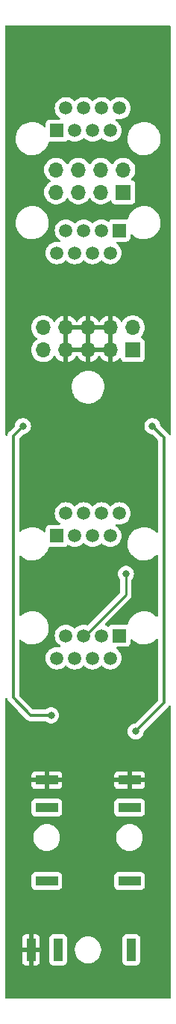
<source format=gbr>
%TF.GenerationSoftware,KiCad,Pcbnew,7.0.5*%
%TF.CreationDate,2023-07-06T16:05:27+01:00*%
%TF.ProjectId,QuangoBreakout_Controls,5175616e-676f-4427-9265-616b6f75745f,rev?*%
%TF.SameCoordinates,Original*%
%TF.FileFunction,Copper,L1,Top*%
%TF.FilePolarity,Positive*%
%FSLAX46Y46*%
G04 Gerber Fmt 4.6, Leading zero omitted, Abs format (unit mm)*
G04 Created by KiCad (PCBNEW 7.0.5) date 2023-07-06 16:05:27*
%MOMM*%
%LPD*%
G01*
G04 APERTURE LIST*
%TA.AperFunction,ComponentPad*%
%ADD10C,1.500000*%
%TD*%
%TA.AperFunction,ComponentPad*%
%ADD11R,1.500000X1.500000*%
%TD*%
%TA.AperFunction,ComponentPad*%
%ADD12R,1.000000X2.500000*%
%TD*%
%TA.AperFunction,ComponentPad*%
%ADD13R,2.500000X1.000000*%
%TD*%
%TA.AperFunction,ComponentPad*%
%ADD14R,1.700000X1.700000*%
%TD*%
%TA.AperFunction,ComponentPad*%
%ADD15O,1.700000X1.700000*%
%TD*%
%TA.AperFunction,ViaPad*%
%ADD16C,0.800000*%
%TD*%
%TA.AperFunction,Conductor*%
%ADD17C,0.300000*%
%TD*%
%TA.AperFunction,Conductor*%
%ADD18C,0.250000*%
%TD*%
G04 APERTURE END LIST*
D10*
%TO.P,J1,1*%
%TO.N,/AudioA1_In*%
X62960000Y-59370000D03*
%TO.P,J1,2*%
%TO.N,/AudioA2_In*%
X61930000Y-61910000D03*
%TO.P,J1,3*%
%TO.N,/AudioA3_In*%
X60930000Y-59370000D03*
%TO.P,J1,4*%
%TO.N,/AudioA4_In*%
X59910000Y-61910000D03*
%TO.P,J1,5*%
%TO.N,unconnected-(J1-Pad5)*%
X58900000Y-59370000D03*
%TO.P,J1,6*%
%TO.N,unconnected-(J1-Pad6)*%
X57880000Y-61910000D03*
%TO.P,J1,7*%
%TO.N,unconnected-(J1-Pad7)*%
X56870000Y-59370000D03*
D11*
%TO.P,J1,8*%
%TO.N,unconnected-(J1-Pad8)*%
X55850000Y-61910000D03*
%TD*%
D10*
%TO.P,J2,1*%
%TO.N,/AudioB1_In*%
X55840000Y-75730000D03*
%TO.P,J2,2*%
%TO.N,/AudioB2_In*%
X56870000Y-73190000D03*
%TO.P,J2,3*%
%TO.N,/AudioB3_In*%
X57870000Y-75730000D03*
%TO.P,J2,4*%
%TO.N,/AudioB4_In*%
X58890000Y-73190000D03*
%TO.P,J2,5*%
%TO.N,unconnected-(J2-Pad5)*%
X59900000Y-75730000D03*
%TO.P,J2,6*%
%TO.N,unconnected-(J2-Pad6)*%
X60920000Y-73190000D03*
%TO.P,J2,7*%
%TO.N,unconnected-(J2-Pad7)*%
X61930000Y-75730000D03*
D11*
%TO.P,J2,8*%
%TO.N,unconnected-(J2-Pad8)*%
X62950000Y-73190000D03*
%TD*%
D12*
%TO.P,J9,1*%
%TO.N,GND*%
X52920000Y-154500000D03*
%TO.P,J9,2*%
%TO.N,unconnected-(J9-Pad2)*%
X56020000Y-154500000D03*
%TO.P,J9,3*%
%TO.N,/Audio_Mix_Both*%
X64320000Y-154500000D03*
%TD*%
D13*
%TO.P,J8,1*%
%TO.N,GND*%
X64100000Y-135320000D03*
%TO.P,J8,2*%
%TO.N,unconnected-(J8-Pad2)*%
X64100000Y-138420000D03*
%TO.P,J8,3*%
%TO.N,/Audio_Mix_B*%
X64100000Y-146720000D03*
%TD*%
D10*
%TO.P,J3,1*%
%TO.N,/AudioA1_Return*%
X55840000Y-121530000D03*
%TO.P,J3,2*%
%TO.N,/AudioA2_Return*%
X56870000Y-118990000D03*
%TO.P,J3,3*%
%TO.N,/AudioA3_Return*%
X57870000Y-121530000D03*
%TO.P,J3,4*%
%TO.N,/AudioA4_Return*%
X58890000Y-118990000D03*
%TO.P,J3,5*%
%TO.N,unconnected-(J3-Pad5)*%
X59900000Y-121530000D03*
%TO.P,J3,6*%
%TO.N,unconnected-(J3-Pad6)*%
X60920000Y-118990000D03*
%TO.P,J3,7*%
%TO.N,unconnected-(J3-Pad7)*%
X61930000Y-121530000D03*
D11*
%TO.P,J3,8*%
%TO.N,unconnected-(J3-Pad8)*%
X62950000Y-118990000D03*
%TD*%
D13*
%TO.P,J7,1*%
%TO.N,GND*%
X54700000Y-135320000D03*
%TO.P,J7,2*%
%TO.N,unconnected-(J7-Pad2)*%
X54700000Y-138420000D03*
%TO.P,J7,3*%
%TO.N,/Audio_Mix_A*%
X54700000Y-146720000D03*
%TD*%
D10*
%TO.P,J4,1*%
%TO.N,/AudioB1_Return*%
X62960000Y-105170000D03*
%TO.P,J4,2*%
%TO.N,/AudioB2_Return*%
X61930000Y-107710000D03*
%TO.P,J4,3*%
%TO.N,/AudioB3_Return*%
X60930000Y-105170000D03*
%TO.P,J4,4*%
%TO.N,/AudioB4_Return*%
X59910000Y-107710000D03*
%TO.P,J4,5*%
%TO.N,unconnected-(J4-Pad5)*%
X58900000Y-105170000D03*
%TO.P,J4,6*%
%TO.N,unconnected-(J4-Pad6)*%
X57880000Y-107710000D03*
%TO.P,J4,7*%
%TO.N,unconnected-(J4-Pad7)*%
X56870000Y-105170000D03*
D11*
%TO.P,J4,8*%
%TO.N,unconnected-(J4-Pad8)*%
X55850000Y-107710000D03*
%TD*%
D14*
%TO.P,J10,1,Pin_1*%
%TO.N,/AudioB1_In*%
X63400000Y-68875000D03*
D15*
%TO.P,J10,2,Pin_2*%
%TO.N,/AudioA1_In*%
X63400000Y-66335000D03*
%TO.P,J10,3,Pin_3*%
%TO.N,/AudioB2_In*%
X60860000Y-68875000D03*
%TO.P,J10,4,Pin_4*%
%TO.N,/AudioA2_In*%
X60860000Y-66335000D03*
%TO.P,J10,5,Pin_5*%
%TO.N,/AudioB3_In*%
X58320000Y-68875000D03*
%TO.P,J10,6,Pin_6*%
%TO.N,/AudioA3_In*%
X58320000Y-66335000D03*
%TO.P,J10,7,Pin_7*%
%TO.N,/AudioB4_In*%
X55780000Y-68875000D03*
%TO.P,J10,8,Pin_8*%
%TO.N,/AudioA4_In*%
X55780000Y-66335000D03*
%TD*%
D14*
%TO.P,J6,1,Pin_1*%
%TO.N,/-12V_IN*%
X64475000Y-86700000D03*
D15*
%TO.P,J6,2,Pin_2*%
X64475000Y-84160000D03*
%TO.P,J6,3,Pin_3*%
%TO.N,GND*%
X61935000Y-86700000D03*
%TO.P,J6,4,Pin_4*%
X61935000Y-84160000D03*
%TO.P,J6,5,Pin_5*%
X59395000Y-86700000D03*
%TO.P,J6,6,Pin_6*%
X59395000Y-84160000D03*
%TO.P,J6,7,Pin_7*%
X56855000Y-86700000D03*
%TO.P,J6,8,Pin_8*%
X56855000Y-84160000D03*
%TO.P,J6,9,Pin_9*%
%TO.N,/+12V_IN*%
X54315000Y-86700000D03*
%TO.P,J6,10,Pin_10*%
X54315000Y-84160000D03*
%TD*%
D16*
%TO.N,GND*%
X65900000Y-111900000D03*
X65600000Y-115000000D03*
X53500000Y-114500000D03*
X53000000Y-121400000D03*
X64800000Y-121200000D03*
X53500000Y-65300000D03*
X65100000Y-75700000D03*
X53800000Y-59700000D03*
X52500000Y-56500000D03*
X65900000Y-59600000D03*
%TO.N,+12V*%
X52000000Y-95300000D03*
X55200000Y-128000000D03*
%TO.N,-12V*%
X64800000Y-129800000D03*
X66700000Y-95300014D03*
%TO.N,GND*%
X52100000Y-147000000D03*
X60300000Y-127400000D03*
X51200000Y-128600000D03*
X58600000Y-127500000D03*
%TO.N,/AudioA4_Return*%
X63700000Y-112000000D03*
%TD*%
D17*
%TO.N,+12V*%
X50900000Y-96400000D02*
X52000000Y-95300000D01*
X55200000Y-128000000D02*
X52900000Y-128000000D01*
X52900000Y-128000000D02*
X50900000Y-126000000D01*
X50900000Y-126000000D02*
X50900000Y-96400000D01*
%TO.N,-12V*%
X66700000Y-95300014D02*
X68000000Y-96600014D01*
X68000000Y-96600014D02*
X68000000Y-126600000D01*
X68000000Y-126600000D02*
X64800000Y-129800000D01*
D18*
%TO.N,/AudioA4_Return*%
X63700000Y-112000000D02*
X63700000Y-114380000D01*
X63700000Y-114380000D02*
X59090000Y-118990000D01*
%TD*%
%TA.AperFunction,Conductor*%
%TO.N,GND*%
G36*
X58935507Y-86490156D02*
G01*
X58895000Y-86628111D01*
X58895000Y-86771889D01*
X58935507Y-86909844D01*
X58963884Y-86954000D01*
X57286116Y-86954000D01*
X57314493Y-86909844D01*
X57355000Y-86771889D01*
X57355000Y-86628111D01*
X57314493Y-86490156D01*
X57286116Y-86446000D01*
X58963884Y-86446000D01*
X58935507Y-86490156D01*
G37*
%TD.AperFunction*%
%TA.AperFunction,Conductor*%
G36*
X61475507Y-86490156D02*
G01*
X61435000Y-86628111D01*
X61435000Y-86771889D01*
X61475507Y-86909844D01*
X61503884Y-86954000D01*
X59826116Y-86954000D01*
X59854493Y-86909844D01*
X59895000Y-86771889D01*
X59895000Y-86628111D01*
X59854493Y-86490156D01*
X59826116Y-86446000D01*
X61503884Y-86446000D01*
X61475507Y-86490156D01*
G37*
%TD.AperFunction*%
%TA.AperFunction,Conductor*%
G36*
X57109000Y-86266325D02*
G01*
X56997315Y-86215320D01*
X56890763Y-86200000D01*
X56819237Y-86200000D01*
X56712685Y-86215320D01*
X56601000Y-86266325D01*
X56601000Y-84593674D01*
X56712685Y-84644680D01*
X56819237Y-84660000D01*
X56890763Y-84660000D01*
X56997315Y-84644680D01*
X57109000Y-84593674D01*
X57109000Y-86266325D01*
G37*
%TD.AperFunction*%
%TA.AperFunction,Conductor*%
G36*
X59649000Y-86266325D02*
G01*
X59537315Y-86215320D01*
X59430763Y-86200000D01*
X59359237Y-86200000D01*
X59252685Y-86215320D01*
X59141000Y-86266325D01*
X59141000Y-84593674D01*
X59252685Y-84644680D01*
X59359237Y-84660000D01*
X59430763Y-84660000D01*
X59537315Y-84644680D01*
X59649000Y-84593674D01*
X59649000Y-86266325D01*
G37*
%TD.AperFunction*%
%TA.AperFunction,Conductor*%
G36*
X62189000Y-86266325D02*
G01*
X62077315Y-86215320D01*
X61970763Y-86200000D01*
X61899237Y-86200000D01*
X61792685Y-86215320D01*
X61681000Y-86266325D01*
X61681000Y-84593674D01*
X61792685Y-84644680D01*
X61899237Y-84660000D01*
X61970763Y-84660000D01*
X62077315Y-84644680D01*
X62189000Y-84593674D01*
X62189000Y-86266325D01*
G37*
%TD.AperFunction*%
%TA.AperFunction,Conductor*%
G36*
X58935507Y-83950156D02*
G01*
X58895000Y-84088111D01*
X58895000Y-84231889D01*
X58935507Y-84369844D01*
X58963884Y-84414000D01*
X57286116Y-84414000D01*
X57314493Y-84369844D01*
X57355000Y-84231889D01*
X57355000Y-84088111D01*
X57314493Y-83950156D01*
X57286116Y-83906000D01*
X58963884Y-83906000D01*
X58935507Y-83950156D01*
G37*
%TD.AperFunction*%
%TA.AperFunction,Conductor*%
G36*
X61475507Y-83950156D02*
G01*
X61435000Y-84088111D01*
X61435000Y-84231889D01*
X61475507Y-84369844D01*
X61503884Y-84414000D01*
X59826116Y-84414000D01*
X59854493Y-84369844D01*
X59895000Y-84231889D01*
X59895000Y-84088111D01*
X59854493Y-83950156D01*
X59826116Y-83906000D01*
X61503884Y-83906000D01*
X61475507Y-83950156D01*
G37*
%TD.AperFunction*%
%TA.AperFunction,Conductor*%
G36*
X68741621Y-50020502D02*
G01*
X68788114Y-50074158D01*
X68799500Y-50126500D01*
X68799500Y-96192336D01*
X68779498Y-96260457D01*
X68725842Y-96306950D01*
X68655568Y-96317054D01*
X68590988Y-96287560D01*
X68571567Y-96266401D01*
X68552730Y-96240475D01*
X68549477Y-96235521D01*
X68537234Y-96214820D01*
X68524453Y-96193207D01*
X68524452Y-96193206D01*
X68524450Y-96193203D01*
X68509288Y-96178041D01*
X68496447Y-96163007D01*
X68483841Y-96145657D01*
X68483836Y-96145652D01*
X68462718Y-96128183D01*
X68445950Y-96114311D01*
X68441577Y-96110331D01*
X67642969Y-95311723D01*
X67608943Y-95249411D01*
X67606754Y-95235798D01*
X67593542Y-95110088D01*
X67593541Y-95110083D01*
X67593536Y-95110068D01*
X67534527Y-94928458D01*
X67439040Y-94763070D01*
X67439038Y-94763068D01*
X67439034Y-94763062D01*
X67311255Y-94621149D01*
X67156752Y-94508896D01*
X66982288Y-94431220D01*
X66795487Y-94391514D01*
X66604513Y-94391514D01*
X66417711Y-94431220D01*
X66243247Y-94508896D01*
X66088744Y-94621149D01*
X65960965Y-94763062D01*
X65960958Y-94763072D01*
X65865476Y-94928452D01*
X65865473Y-94928459D01*
X65806457Y-95110086D01*
X65786496Y-95300013D01*
X65806457Y-95489941D01*
X65836526Y-95582484D01*
X65865473Y-95671570D01*
X65865476Y-95671575D01*
X65960958Y-95836955D01*
X65960965Y-95836965D01*
X66088744Y-95978878D01*
X66088747Y-95978880D01*
X66243248Y-96091132D01*
X66417712Y-96168808D01*
X66604513Y-96208514D01*
X66625050Y-96208514D01*
X66693171Y-96228516D01*
X66714145Y-96245419D01*
X67304595Y-96835869D01*
X67338621Y-96898181D01*
X67341500Y-96924964D01*
X67341500Y-107232038D01*
X67321498Y-107300159D01*
X67267842Y-107346652D01*
X67197568Y-107356756D01*
X67132988Y-107327262D01*
X67118652Y-107312639D01*
X67104395Y-107295508D01*
X67103791Y-107294782D01*
X67084979Y-107277926D01*
X66899333Y-107111585D01*
X66899320Y-107111575D01*
X66670359Y-106960096D01*
X66566399Y-106911362D01*
X66421779Y-106843567D01*
X66262223Y-106795564D01*
X66158875Y-106764471D01*
X65887272Y-106724500D01*
X65887269Y-106724500D01*
X65681453Y-106724500D01*
X65476191Y-106739523D01*
X65208231Y-106799214D01*
X65208219Y-106799218D01*
X64951801Y-106897289D01*
X64712397Y-107031649D01*
X64712393Y-107031651D01*
X64495094Y-107199444D01*
X64495093Y-107199445D01*
X64304548Y-107397081D01*
X64144807Y-107620358D01*
X64144803Y-107620364D01*
X64019270Y-107864524D01*
X63930631Y-108124348D01*
X63930628Y-108124361D01*
X63880764Y-108394317D01*
X63880763Y-108394328D01*
X63870738Y-108668680D01*
X63900762Y-108941566D01*
X63970204Y-109207184D01*
X64024724Y-109335479D01*
X64077577Y-109459852D01*
X64220595Y-109694196D01*
X64396209Y-109905218D01*
X64396211Y-109905220D01*
X64396213Y-109905222D01*
X64600666Y-110088414D01*
X64600672Y-110088419D01*
X64600677Y-110088423D01*
X64829641Y-110239904D01*
X65078221Y-110356433D01*
X65341119Y-110435527D01*
X65341122Y-110435527D01*
X65341124Y-110435528D01*
X65612727Y-110475500D01*
X65612731Y-110475500D01*
X65818547Y-110475500D01*
X66023805Y-110460477D01*
X66291775Y-110400784D01*
X66548198Y-110302711D01*
X66787609Y-110168347D01*
X67004904Y-110000557D01*
X67124793Y-109876206D01*
X67186472Y-109841049D01*
X67257369Y-109844820D01*
X67314972Y-109886321D01*
X67340994Y-109952377D01*
X67341500Y-109963660D01*
X67341500Y-116732038D01*
X67321498Y-116800159D01*
X67267842Y-116846652D01*
X67197568Y-116856756D01*
X67132988Y-116827262D01*
X67118652Y-116812639D01*
X67108266Y-116800159D01*
X67103791Y-116794782D01*
X67103788Y-116794779D01*
X66899333Y-116611585D01*
X66899320Y-116611575D01*
X66670359Y-116460096D01*
X66670359Y-116460095D01*
X66421779Y-116343567D01*
X66262223Y-116295564D01*
X66158875Y-116264471D01*
X65887272Y-116224500D01*
X65887269Y-116224500D01*
X65681453Y-116224500D01*
X65476191Y-116239523D01*
X65208231Y-116299214D01*
X65208219Y-116299218D01*
X64951801Y-116397289D01*
X64712397Y-116531649D01*
X64712393Y-116531651D01*
X64495094Y-116699444D01*
X64495093Y-116699445D01*
X64304548Y-116897081D01*
X64144807Y-117120358D01*
X64144803Y-117120364D01*
X64019270Y-117364524D01*
X63930631Y-117624349D01*
X63930627Y-117624362D01*
X63928898Y-117633725D01*
X63896852Y-117697078D01*
X63835641Y-117733048D01*
X63791528Y-117736110D01*
X63748652Y-117731501D01*
X63748643Y-117731500D01*
X63748638Y-117731500D01*
X62151362Y-117731500D01*
X62151350Y-117731500D01*
X62090803Y-117738009D01*
X62090795Y-117738011D01*
X61953797Y-117789110D01*
X61953792Y-117789112D01*
X61836739Y-117876738D01*
X61802412Y-117922593D01*
X61745576Y-117965138D01*
X61674760Y-117970202D01*
X61629276Y-117950295D01*
X61551654Y-117895944D01*
X61551650Y-117895942D01*
X61393051Y-117821986D01*
X61339766Y-117775069D01*
X61320305Y-117706791D01*
X61340847Y-117638831D01*
X61357201Y-117618701D01*
X64088657Y-114887245D01*
X64101092Y-114877284D01*
X64100905Y-114877057D01*
X64107016Y-114872001D01*
X64107015Y-114872001D01*
X64107018Y-114872000D01*
X64154352Y-114821592D01*
X64155667Y-114820235D01*
X64176135Y-114799769D01*
X64180437Y-114794221D01*
X64184267Y-114789735D01*
X64216586Y-114755321D01*
X64226345Y-114737567D01*
X64237204Y-114721038D01*
X64249614Y-114705040D01*
X64268354Y-114661732D01*
X64270965Y-114656404D01*
X64293694Y-114615061D01*
X64293695Y-114615060D01*
X64298733Y-114595435D01*
X64305138Y-114576730D01*
X64313181Y-114558145D01*
X64320561Y-114511547D01*
X64321762Y-114505740D01*
X64333500Y-114460030D01*
X64333500Y-114439775D01*
X64335051Y-114420064D01*
X64338220Y-114400057D01*
X64335574Y-114372071D01*
X64333779Y-114353079D01*
X64333499Y-114347146D01*
X64333499Y-114065405D01*
X64333499Y-112702520D01*
X64353501Y-112634403D01*
X64365853Y-112618226D01*
X64439040Y-112536944D01*
X64534527Y-112371556D01*
X64593542Y-112189928D01*
X64613504Y-112000000D01*
X64593542Y-111810072D01*
X64534527Y-111628444D01*
X64439040Y-111463056D01*
X64439038Y-111463054D01*
X64439034Y-111463048D01*
X64311255Y-111321135D01*
X64156752Y-111208882D01*
X63982288Y-111131206D01*
X63795487Y-111091500D01*
X63604513Y-111091500D01*
X63417711Y-111131206D01*
X63243247Y-111208882D01*
X63088744Y-111321135D01*
X62960965Y-111463048D01*
X62960958Y-111463058D01*
X62865476Y-111628438D01*
X62865473Y-111628445D01*
X62806457Y-111810072D01*
X62786496Y-112000000D01*
X62806457Y-112189927D01*
X62836526Y-112282470D01*
X62865473Y-112371556D01*
X62960960Y-112536944D01*
X63034137Y-112618215D01*
X63064853Y-112682220D01*
X63066500Y-112702524D01*
X63066500Y-114065405D01*
X63046498Y-114133526D01*
X63029595Y-114154500D01*
X59420157Y-117763937D01*
X59357845Y-117797963D01*
X59298451Y-117796549D01*
X59156185Y-117758429D01*
X59109371Y-117745885D01*
X58890000Y-117726693D01*
X58889999Y-117726693D01*
X58670629Y-117745885D01*
X58457926Y-117802879D01*
X58457920Y-117802881D01*
X58258346Y-117895944D01*
X58077965Y-118022248D01*
X57969095Y-118131118D01*
X57906783Y-118165143D01*
X57835967Y-118160077D01*
X57790905Y-118131117D01*
X57682042Y-118022254D01*
X57682038Y-118022251D01*
X57641400Y-117993796D01*
X57501654Y-117895944D01*
X57501650Y-117895942D01*
X57302079Y-117802881D01*
X57302073Y-117802879D01*
X57212178Y-117778791D01*
X57089371Y-117745885D01*
X56870000Y-117726693D01*
X56650629Y-117745885D01*
X56437926Y-117802879D01*
X56437920Y-117802881D01*
X56238346Y-117895944D01*
X56057965Y-118022248D01*
X56057959Y-118022253D01*
X55902253Y-118177959D01*
X55902248Y-118177965D01*
X55775944Y-118358346D01*
X55682881Y-118557920D01*
X55682880Y-118557924D01*
X55625885Y-118770629D01*
X55606693Y-118990000D01*
X55622823Y-119174377D01*
X55625885Y-119209370D01*
X55682879Y-119422073D01*
X55682881Y-119422079D01*
X55719475Y-119500555D01*
X55775944Y-119621654D01*
X55858744Y-119739904D01*
X55902251Y-119802038D01*
X55902254Y-119802042D01*
X56057957Y-119957745D01*
X56057966Y-119957752D01*
X56061858Y-119960477D01*
X56230859Y-120078813D01*
X56275187Y-120134269D01*
X56282496Y-120204888D01*
X56250466Y-120268248D01*
X56189265Y-120304234D01*
X56125978Y-120303732D01*
X56059372Y-120285885D01*
X55840000Y-120266693D01*
X55620629Y-120285885D01*
X55407926Y-120342879D01*
X55407920Y-120342881D01*
X55208346Y-120435944D01*
X55027965Y-120562248D01*
X55027959Y-120562253D01*
X54872253Y-120717959D01*
X54872248Y-120717965D01*
X54745944Y-120898346D01*
X54652881Y-121097920D01*
X54652880Y-121097924D01*
X54595885Y-121310629D01*
X54576693Y-121530000D01*
X54595885Y-121749371D01*
X54652880Y-121962076D01*
X54745944Y-122161654D01*
X54872250Y-122342038D01*
X54872251Y-122342038D01*
X54872254Y-122342042D01*
X55027957Y-122497745D01*
X55027961Y-122497748D01*
X55027962Y-122497749D01*
X55208346Y-122624056D01*
X55407924Y-122717120D01*
X55620629Y-122774115D01*
X55840000Y-122793307D01*
X56059371Y-122774115D01*
X56272076Y-122717120D01*
X56471654Y-122624056D01*
X56652038Y-122497749D01*
X56765905Y-122383881D01*
X56828215Y-122349858D01*
X56899031Y-122354922D01*
X56944094Y-122383882D01*
X57057958Y-122497745D01*
X57057962Y-122497749D01*
X57238346Y-122624056D01*
X57437924Y-122717120D01*
X57650629Y-122774115D01*
X57870000Y-122793307D01*
X58089371Y-122774115D01*
X58302076Y-122717120D01*
X58501654Y-122624056D01*
X58682038Y-122497749D01*
X58682042Y-122497745D01*
X58795905Y-122383883D01*
X58858217Y-122349857D01*
X58929032Y-122354922D01*
X58974095Y-122383883D01*
X59087957Y-122497745D01*
X59087961Y-122497748D01*
X59087962Y-122497749D01*
X59268346Y-122624056D01*
X59467924Y-122717120D01*
X59680629Y-122774115D01*
X59900000Y-122793307D01*
X60119371Y-122774115D01*
X60332076Y-122717120D01*
X60531654Y-122624056D01*
X60712038Y-122497749D01*
X60712041Y-122497745D01*
X60825905Y-122383883D01*
X60888217Y-122349857D01*
X60959032Y-122354922D01*
X61004095Y-122383883D01*
X61117957Y-122497745D01*
X61117961Y-122497748D01*
X61117962Y-122497749D01*
X61298346Y-122624056D01*
X61497924Y-122717120D01*
X61710629Y-122774115D01*
X61930000Y-122793307D01*
X62149371Y-122774115D01*
X62362076Y-122717120D01*
X62561654Y-122624056D01*
X62742038Y-122497749D01*
X62897749Y-122342038D01*
X63024056Y-122161654D01*
X63117120Y-121962076D01*
X63174115Y-121749371D01*
X63193307Y-121530000D01*
X63174115Y-121310629D01*
X63117120Y-121097924D01*
X63024056Y-120898347D01*
X62897749Y-120717962D01*
X62742038Y-120562251D01*
X62742037Y-120562250D01*
X62742036Y-120562249D01*
X62742033Y-120562247D01*
X62621306Y-120477713D01*
X62576977Y-120422256D01*
X62569668Y-120351637D01*
X62601698Y-120288276D01*
X62662900Y-120252291D01*
X62693576Y-120248500D01*
X63748632Y-120248500D01*
X63748638Y-120248500D01*
X63748645Y-120248499D01*
X63748649Y-120248499D01*
X63809196Y-120241990D01*
X63809199Y-120241989D01*
X63809201Y-120241989D01*
X63946204Y-120190889D01*
X63949663Y-120188300D01*
X64063261Y-120103261D01*
X64150887Y-119986207D01*
X64150887Y-119986206D01*
X64150889Y-119986204D01*
X64201989Y-119849201D01*
X64202024Y-119848883D01*
X64208499Y-119788649D01*
X64208500Y-119788632D01*
X64208500Y-119519105D01*
X64228502Y-119450984D01*
X64282158Y-119404491D01*
X64352432Y-119394387D01*
X64417012Y-119423881D01*
X64418500Y-119425191D01*
X64600677Y-119588423D01*
X64829641Y-119739904D01*
X65078221Y-119856433D01*
X65341119Y-119935527D01*
X65341122Y-119935527D01*
X65341124Y-119935528D01*
X65612727Y-119975500D01*
X65612731Y-119975500D01*
X65818547Y-119975500D01*
X66023805Y-119960477D01*
X66291775Y-119900784D01*
X66548198Y-119802711D01*
X66787609Y-119668347D01*
X67004904Y-119500557D01*
X67124793Y-119376206D01*
X67186472Y-119341049D01*
X67257369Y-119344820D01*
X67314972Y-119386321D01*
X67340994Y-119452377D01*
X67341500Y-119463660D01*
X67341500Y-126275049D01*
X67321498Y-126343170D01*
X67304595Y-126364144D01*
X64814145Y-128854595D01*
X64751833Y-128888620D01*
X64725050Y-128891500D01*
X64704513Y-128891500D01*
X64517711Y-128931206D01*
X64343247Y-129008882D01*
X64188744Y-129121135D01*
X64060965Y-129263048D01*
X64060958Y-129263058D01*
X63965476Y-129428438D01*
X63965473Y-129428445D01*
X63906457Y-129610072D01*
X63886496Y-129800000D01*
X63906457Y-129989927D01*
X63936526Y-130082470D01*
X63965473Y-130171556D01*
X63965476Y-130171561D01*
X64060958Y-130336941D01*
X64060965Y-130336951D01*
X64188744Y-130478864D01*
X64188747Y-130478866D01*
X64343248Y-130591118D01*
X64517712Y-130668794D01*
X64704513Y-130708500D01*
X64895487Y-130708500D01*
X65082288Y-130668794D01*
X65256752Y-130591118D01*
X65411253Y-130478866D01*
X65539040Y-130336944D01*
X65634527Y-130171556D01*
X65693542Y-129989928D01*
X65706754Y-129864213D01*
X65733767Y-129798558D01*
X65742960Y-129788298D01*
X68404384Y-127126873D01*
X68417129Y-127116665D01*
X68416969Y-127116471D01*
X68423075Y-127111418D01*
X68423080Y-127111416D01*
X68472329Y-127058969D01*
X68473613Y-127057644D01*
X68494926Y-127036333D01*
X68499462Y-127030483D01*
X68503306Y-127025982D01*
X68536972Y-126990133D01*
X68547303Y-126971339D01*
X68558151Y-126954823D01*
X68571304Y-126937869D01*
X68571304Y-126937867D01*
X68573946Y-126934463D01*
X68631506Y-126892901D01*
X68702398Y-126889056D01*
X68764116Y-126924148D01*
X68797063Y-126987037D01*
X68799500Y-127011697D01*
X68799500Y-159873500D01*
X68779498Y-159941621D01*
X68725842Y-159988114D01*
X68673500Y-159999500D01*
X50126500Y-159999500D01*
X50058379Y-159979498D01*
X50011886Y-159925842D01*
X50000500Y-159873500D01*
X50000500Y-154754000D01*
X51912000Y-154754000D01*
X51912000Y-155798597D01*
X51918505Y-155859093D01*
X51969555Y-155995964D01*
X51969555Y-155995965D01*
X52057095Y-156112904D01*
X52174034Y-156200444D01*
X52310906Y-156251494D01*
X52371402Y-156257999D01*
X52371415Y-156258000D01*
X52666000Y-156258000D01*
X52666000Y-155024624D01*
X52670000Y-155024624D01*
X52684505Y-155097545D01*
X52739760Y-155180240D01*
X52822455Y-155235495D01*
X52920000Y-155254898D01*
X53017545Y-155235495D01*
X53100240Y-155180240D01*
X53155495Y-155097545D01*
X53170000Y-155024624D01*
X53170000Y-154754000D01*
X53174000Y-154754000D01*
X53174000Y-156258000D01*
X53468585Y-156258000D01*
X53468597Y-156257999D01*
X53529093Y-156251494D01*
X53665964Y-156200444D01*
X53665965Y-156200444D01*
X53782904Y-156112904D01*
X53870444Y-155995965D01*
X53870444Y-155995964D01*
X53921494Y-155859093D01*
X53927993Y-155798649D01*
X55011500Y-155798649D01*
X55018009Y-155859196D01*
X55018011Y-155859204D01*
X55069110Y-155996202D01*
X55069112Y-155996207D01*
X55156738Y-156113261D01*
X55273792Y-156200887D01*
X55273794Y-156200888D01*
X55273796Y-156200889D01*
X55332875Y-156222924D01*
X55410795Y-156251988D01*
X55410803Y-156251990D01*
X55471350Y-156258499D01*
X55471355Y-156258499D01*
X55471362Y-156258500D01*
X55471368Y-156258500D01*
X56568632Y-156258500D01*
X56568638Y-156258500D01*
X56568645Y-156258499D01*
X56568649Y-156258499D01*
X56629196Y-156251990D01*
X56629199Y-156251989D01*
X56629201Y-156251989D01*
X56766204Y-156200889D01*
X56766799Y-156200444D01*
X56883261Y-156113261D01*
X56970887Y-155996207D01*
X56970887Y-155996206D01*
X56970889Y-155996204D01*
X57021989Y-155859201D01*
X57028500Y-155798638D01*
X57028500Y-154624335D01*
X57899500Y-154624335D01*
X57921137Y-154754000D01*
X57940428Y-154869609D01*
X57940430Y-154869618D01*
X58021170Y-155104807D01*
X58021171Y-155104809D01*
X58139525Y-155323508D01*
X58139526Y-155323509D01*
X58292267Y-155519750D01*
X58475214Y-155688164D01*
X58683393Y-155824173D01*
X58683392Y-155824173D01*
X58829411Y-155888222D01*
X58911119Y-155924063D01*
X58911120Y-155924063D01*
X58911122Y-155924064D01*
X59152171Y-155985106D01*
X59152179Y-155985108D01*
X59337933Y-156000500D01*
X59337939Y-156000500D01*
X59462061Y-156000500D01*
X59462067Y-156000500D01*
X59647821Y-155985108D01*
X59888881Y-155924063D01*
X60116607Y-155824173D01*
X60155675Y-155798649D01*
X63311500Y-155798649D01*
X63318009Y-155859196D01*
X63318011Y-155859204D01*
X63369110Y-155996202D01*
X63369112Y-155996207D01*
X63456738Y-156113261D01*
X63573792Y-156200887D01*
X63573794Y-156200888D01*
X63573796Y-156200889D01*
X63632875Y-156222924D01*
X63710795Y-156251988D01*
X63710803Y-156251990D01*
X63771350Y-156258499D01*
X63771355Y-156258499D01*
X63771362Y-156258500D01*
X63771368Y-156258500D01*
X64868632Y-156258500D01*
X64868638Y-156258500D01*
X64868645Y-156258499D01*
X64868649Y-156258499D01*
X64929196Y-156251990D01*
X64929199Y-156251989D01*
X64929201Y-156251989D01*
X65066204Y-156200889D01*
X65066799Y-156200444D01*
X65183261Y-156113261D01*
X65270887Y-155996207D01*
X65270887Y-155996206D01*
X65270889Y-155996204D01*
X65321989Y-155859201D01*
X65328500Y-155798638D01*
X65328500Y-153201362D01*
X65322001Y-153140906D01*
X65321990Y-153140803D01*
X65321988Y-153140795D01*
X65275028Y-153014893D01*
X65270889Y-153003796D01*
X65270888Y-153003794D01*
X65270887Y-153003792D01*
X65183261Y-152886738D01*
X65066207Y-152799112D01*
X65066202Y-152799110D01*
X64929204Y-152748011D01*
X64929196Y-152748009D01*
X64868649Y-152741500D01*
X64868638Y-152741500D01*
X63771362Y-152741500D01*
X63771350Y-152741500D01*
X63710803Y-152748009D01*
X63710795Y-152748011D01*
X63573797Y-152799110D01*
X63573792Y-152799112D01*
X63456738Y-152886738D01*
X63369112Y-153003792D01*
X63369110Y-153003797D01*
X63318011Y-153140795D01*
X63318009Y-153140803D01*
X63311500Y-153201350D01*
X63311500Y-155798649D01*
X60155675Y-155798649D01*
X60324785Y-155688164D01*
X60324785Y-155688163D01*
X60507732Y-155519750D01*
X60507733Y-155519748D01*
X60507738Y-155519744D01*
X60660474Y-155323509D01*
X60778828Y-155104810D01*
X60859571Y-154869614D01*
X60900500Y-154624335D01*
X60900500Y-154375665D01*
X60859571Y-154130386D01*
X60778828Y-153895190D01*
X60660474Y-153676491D01*
X60507738Y-153480256D01*
X60507736Y-153480254D01*
X60507732Y-153480249D01*
X60324785Y-153311835D01*
X60116606Y-153175826D01*
X60116607Y-153175826D01*
X59888884Y-153075938D01*
X59888877Y-153075935D01*
X59647828Y-153014893D01*
X59647823Y-153014892D01*
X59647821Y-153014892D01*
X59531140Y-153005223D01*
X59462070Y-152999500D01*
X59462067Y-152999500D01*
X59337933Y-152999500D01*
X59337929Y-152999500D01*
X59245835Y-153007131D01*
X59152179Y-153014892D01*
X59152177Y-153014892D01*
X59152171Y-153014893D01*
X58911122Y-153075935D01*
X58911115Y-153075938D01*
X58683393Y-153175826D01*
X58475214Y-153311835D01*
X58292267Y-153480249D01*
X58139526Y-153676490D01*
X58139525Y-153676491D01*
X58021171Y-153895190D01*
X58021170Y-153895192D01*
X57940430Y-154130381D01*
X57940428Y-154130386D01*
X57940429Y-154130386D01*
X57899500Y-154375665D01*
X57899500Y-154624335D01*
X57028500Y-154624335D01*
X57028500Y-153201362D01*
X57022001Y-153140906D01*
X57021990Y-153140803D01*
X57021988Y-153140795D01*
X56975028Y-153014893D01*
X56970889Y-153003796D01*
X56970888Y-153003794D01*
X56970887Y-153003792D01*
X56883261Y-152886738D01*
X56766207Y-152799112D01*
X56766202Y-152799110D01*
X56629204Y-152748011D01*
X56629196Y-152748009D01*
X56568649Y-152741500D01*
X56568638Y-152741500D01*
X55471362Y-152741500D01*
X55471350Y-152741500D01*
X55410803Y-152748009D01*
X55410795Y-152748011D01*
X55273797Y-152799110D01*
X55273792Y-152799112D01*
X55156738Y-152886738D01*
X55069112Y-153003792D01*
X55069110Y-153003797D01*
X55018011Y-153140795D01*
X55018009Y-153140803D01*
X55011500Y-153201350D01*
X55011500Y-155798649D01*
X53927993Y-155798649D01*
X53927999Y-155798597D01*
X53928000Y-155798585D01*
X53928000Y-154754000D01*
X53174000Y-154754000D01*
X53170000Y-154754000D01*
X53170000Y-153975376D01*
X53155495Y-153902455D01*
X53100240Y-153819760D01*
X53017545Y-153764505D01*
X52920000Y-153745102D01*
X52822455Y-153764505D01*
X52739760Y-153819760D01*
X52684505Y-153902455D01*
X52670000Y-153975376D01*
X52670000Y-155024624D01*
X52666000Y-155024624D01*
X52666000Y-154754000D01*
X51912000Y-154754000D01*
X50000500Y-154754000D01*
X50000500Y-154246000D01*
X51912000Y-154246000D01*
X52666000Y-154246000D01*
X52666000Y-152742000D01*
X53174000Y-152742000D01*
X53174000Y-154246000D01*
X53928000Y-154246000D01*
X53928000Y-153201414D01*
X53927999Y-153201402D01*
X53921494Y-153140906D01*
X53870444Y-153004035D01*
X53870444Y-153004034D01*
X53782904Y-152887095D01*
X53665965Y-152799555D01*
X53529093Y-152748505D01*
X53468597Y-152742000D01*
X53174000Y-152742000D01*
X52666000Y-152742000D01*
X52371402Y-152742000D01*
X52310906Y-152748505D01*
X52174035Y-152799555D01*
X52174034Y-152799555D01*
X52057095Y-152887095D01*
X51969555Y-153004034D01*
X51969555Y-153004035D01*
X51918505Y-153140906D01*
X51912000Y-153201402D01*
X51912000Y-154246000D01*
X50000500Y-154246000D01*
X50000500Y-147268649D01*
X52941500Y-147268649D01*
X52948009Y-147329196D01*
X52948011Y-147329204D01*
X52999110Y-147466202D01*
X52999112Y-147466207D01*
X53086738Y-147583261D01*
X53203792Y-147670887D01*
X53203794Y-147670888D01*
X53203796Y-147670889D01*
X53262875Y-147692924D01*
X53340795Y-147721988D01*
X53340803Y-147721990D01*
X53401350Y-147728499D01*
X53401355Y-147728499D01*
X53401362Y-147728500D01*
X53401368Y-147728500D01*
X55998632Y-147728500D01*
X55998638Y-147728500D01*
X55998645Y-147728499D01*
X55998649Y-147728499D01*
X56059196Y-147721990D01*
X56059199Y-147721989D01*
X56059201Y-147721989D01*
X56196204Y-147670889D01*
X56313261Y-147583261D01*
X56400889Y-147466204D01*
X56451989Y-147329201D01*
X56458499Y-147268649D01*
X62341500Y-147268649D01*
X62348009Y-147329196D01*
X62348011Y-147329204D01*
X62399110Y-147466202D01*
X62399112Y-147466207D01*
X62486738Y-147583261D01*
X62603792Y-147670887D01*
X62603794Y-147670888D01*
X62603796Y-147670889D01*
X62662875Y-147692924D01*
X62740795Y-147721988D01*
X62740803Y-147721990D01*
X62801350Y-147728499D01*
X62801355Y-147728499D01*
X62801362Y-147728500D01*
X62801368Y-147728500D01*
X65398632Y-147728500D01*
X65398638Y-147728500D01*
X65398645Y-147728499D01*
X65398649Y-147728499D01*
X65459196Y-147721990D01*
X65459199Y-147721989D01*
X65459201Y-147721989D01*
X65596204Y-147670889D01*
X65713261Y-147583261D01*
X65800889Y-147466204D01*
X65851989Y-147329201D01*
X65858500Y-147268638D01*
X65858500Y-146171362D01*
X65858499Y-146171350D01*
X65851990Y-146110803D01*
X65851988Y-146110795D01*
X65800889Y-145973797D01*
X65800887Y-145973792D01*
X65713261Y-145856738D01*
X65596207Y-145769112D01*
X65596202Y-145769110D01*
X65459204Y-145718011D01*
X65459196Y-145718009D01*
X65398649Y-145711500D01*
X65398638Y-145711500D01*
X62801362Y-145711500D01*
X62801350Y-145711500D01*
X62740803Y-145718009D01*
X62740795Y-145718011D01*
X62603797Y-145769110D01*
X62603792Y-145769112D01*
X62486738Y-145856738D01*
X62399112Y-145973792D01*
X62399110Y-145973797D01*
X62348011Y-146110795D01*
X62348009Y-146110803D01*
X62341500Y-146171350D01*
X62341500Y-147268649D01*
X56458499Y-147268649D01*
X56458500Y-147268638D01*
X56458500Y-146171362D01*
X56458499Y-146171350D01*
X56451990Y-146110803D01*
X56451988Y-146110795D01*
X56400889Y-145973797D01*
X56400887Y-145973792D01*
X56313261Y-145856738D01*
X56196207Y-145769112D01*
X56196202Y-145769110D01*
X56059204Y-145718011D01*
X56059196Y-145718009D01*
X55998649Y-145711500D01*
X55998638Y-145711500D01*
X53401362Y-145711500D01*
X53401350Y-145711500D01*
X53340803Y-145718009D01*
X53340795Y-145718011D01*
X53203797Y-145769110D01*
X53203792Y-145769112D01*
X53086738Y-145856738D01*
X52999112Y-145973792D01*
X52999110Y-145973797D01*
X52948011Y-146110795D01*
X52948009Y-146110803D01*
X52941500Y-146171350D01*
X52941500Y-147268649D01*
X50000500Y-147268649D01*
X50000500Y-141924335D01*
X53199500Y-141924335D01*
X53233647Y-142128974D01*
X53240428Y-142169609D01*
X53240430Y-142169618D01*
X53321170Y-142404807D01*
X53321171Y-142404809D01*
X53439525Y-142623508D01*
X53439526Y-142623509D01*
X53592267Y-142819750D01*
X53775214Y-142988164D01*
X53983393Y-143124173D01*
X53983392Y-143124173D01*
X54129411Y-143188222D01*
X54211119Y-143224063D01*
X54211120Y-143224063D01*
X54211122Y-143224064D01*
X54452171Y-143285106D01*
X54452179Y-143285108D01*
X54637933Y-143300500D01*
X54637939Y-143300500D01*
X54762061Y-143300500D01*
X54762067Y-143300500D01*
X54947821Y-143285108D01*
X55188881Y-143224063D01*
X55416607Y-143124173D01*
X55624785Y-142988164D01*
X55807732Y-142819750D01*
X55807733Y-142819748D01*
X55807738Y-142819744D01*
X55960474Y-142623509D01*
X56078828Y-142404810D01*
X56159571Y-142169614D01*
X56200500Y-141924335D01*
X62599500Y-141924335D01*
X62633647Y-142128975D01*
X62640428Y-142169609D01*
X62640430Y-142169618D01*
X62721170Y-142404807D01*
X62721171Y-142404809D01*
X62839525Y-142623508D01*
X62839526Y-142623509D01*
X62992267Y-142819750D01*
X63175214Y-142988164D01*
X63383393Y-143124173D01*
X63383392Y-143124173D01*
X63529411Y-143188222D01*
X63611119Y-143224063D01*
X63611120Y-143224063D01*
X63611122Y-143224064D01*
X63852171Y-143285106D01*
X63852179Y-143285108D01*
X64037933Y-143300500D01*
X64037939Y-143300500D01*
X64162061Y-143300500D01*
X64162067Y-143300500D01*
X64347821Y-143285108D01*
X64588881Y-143224063D01*
X64816607Y-143124173D01*
X65024785Y-142988164D01*
X65024784Y-142988163D01*
X65207732Y-142819750D01*
X65207733Y-142819748D01*
X65207738Y-142819744D01*
X65360474Y-142623509D01*
X65478828Y-142404810D01*
X65559571Y-142169614D01*
X65600500Y-141924335D01*
X65600500Y-141675665D01*
X65559571Y-141430386D01*
X65478828Y-141195190D01*
X65360474Y-140976491D01*
X65207738Y-140780256D01*
X65207736Y-140780254D01*
X65207732Y-140780249D01*
X65024785Y-140611835D01*
X64816606Y-140475826D01*
X64816607Y-140475826D01*
X64588884Y-140375938D01*
X64588877Y-140375935D01*
X64347828Y-140314893D01*
X64347823Y-140314892D01*
X64347821Y-140314892D01*
X64231140Y-140305223D01*
X64162070Y-140299500D01*
X64162067Y-140299500D01*
X64037933Y-140299500D01*
X64037929Y-140299500D01*
X63945835Y-140307131D01*
X63852179Y-140314892D01*
X63852177Y-140314892D01*
X63852171Y-140314893D01*
X63611122Y-140375935D01*
X63611115Y-140375938D01*
X63383393Y-140475826D01*
X63175214Y-140611835D01*
X62992267Y-140780249D01*
X62839526Y-140976490D01*
X62839525Y-140976491D01*
X62721171Y-141195190D01*
X62721170Y-141195192D01*
X62640430Y-141430381D01*
X62640428Y-141430386D01*
X62640429Y-141430386D01*
X62599500Y-141675665D01*
X62599500Y-141924335D01*
X56200500Y-141924335D01*
X56200500Y-141675665D01*
X56159571Y-141430386D01*
X56078828Y-141195190D01*
X55960474Y-140976491D01*
X55807738Y-140780256D01*
X55807736Y-140780254D01*
X55807732Y-140780249D01*
X55624785Y-140611835D01*
X55416606Y-140475826D01*
X55416607Y-140475826D01*
X55188884Y-140375938D01*
X55188877Y-140375935D01*
X54947828Y-140314893D01*
X54947823Y-140314892D01*
X54947821Y-140314892D01*
X54831140Y-140305223D01*
X54762070Y-140299500D01*
X54762067Y-140299500D01*
X54637933Y-140299500D01*
X54637929Y-140299500D01*
X54545835Y-140307131D01*
X54452179Y-140314892D01*
X54452177Y-140314892D01*
X54452171Y-140314893D01*
X54211122Y-140375935D01*
X54211115Y-140375938D01*
X53983393Y-140475826D01*
X53775214Y-140611835D01*
X53592267Y-140780249D01*
X53439526Y-140976490D01*
X53439525Y-140976491D01*
X53321171Y-141195190D01*
X53321170Y-141195192D01*
X53240430Y-141430381D01*
X53240428Y-141430386D01*
X53240429Y-141430386D01*
X53199500Y-141675665D01*
X53199500Y-141924335D01*
X50000500Y-141924335D01*
X50000500Y-138968649D01*
X52941500Y-138968649D01*
X52948009Y-139029196D01*
X52948011Y-139029204D01*
X52999110Y-139166202D01*
X52999112Y-139166207D01*
X53086738Y-139283261D01*
X53203792Y-139370887D01*
X53203794Y-139370888D01*
X53203796Y-139370889D01*
X53262875Y-139392924D01*
X53340795Y-139421988D01*
X53340803Y-139421990D01*
X53401350Y-139428499D01*
X53401355Y-139428499D01*
X53401362Y-139428500D01*
X53401368Y-139428500D01*
X55998632Y-139428500D01*
X55998638Y-139428500D01*
X55998645Y-139428499D01*
X55998649Y-139428499D01*
X56059196Y-139421990D01*
X56059199Y-139421989D01*
X56059201Y-139421989D01*
X56196204Y-139370889D01*
X56313261Y-139283261D01*
X56400889Y-139166204D01*
X56451989Y-139029201D01*
X56458499Y-138968649D01*
X62341500Y-138968649D01*
X62348009Y-139029196D01*
X62348011Y-139029204D01*
X62399110Y-139166202D01*
X62399112Y-139166207D01*
X62486738Y-139283261D01*
X62603792Y-139370887D01*
X62603794Y-139370888D01*
X62603796Y-139370889D01*
X62662875Y-139392924D01*
X62740795Y-139421988D01*
X62740803Y-139421990D01*
X62801350Y-139428499D01*
X62801355Y-139428499D01*
X62801362Y-139428500D01*
X62801368Y-139428500D01*
X65398632Y-139428500D01*
X65398638Y-139428500D01*
X65398645Y-139428499D01*
X65398649Y-139428499D01*
X65459196Y-139421990D01*
X65459199Y-139421989D01*
X65459201Y-139421989D01*
X65596204Y-139370889D01*
X65713261Y-139283261D01*
X65800889Y-139166204D01*
X65851989Y-139029201D01*
X65858500Y-138968638D01*
X65858500Y-137871362D01*
X65858499Y-137871350D01*
X65851990Y-137810803D01*
X65851988Y-137810795D01*
X65800889Y-137673797D01*
X65800887Y-137673792D01*
X65713261Y-137556738D01*
X65596207Y-137469112D01*
X65596202Y-137469110D01*
X65459204Y-137418011D01*
X65459196Y-137418009D01*
X65398649Y-137411500D01*
X65398638Y-137411500D01*
X62801362Y-137411500D01*
X62801350Y-137411500D01*
X62740803Y-137418009D01*
X62740795Y-137418011D01*
X62603797Y-137469110D01*
X62603792Y-137469112D01*
X62486738Y-137556738D01*
X62399112Y-137673792D01*
X62399110Y-137673797D01*
X62348011Y-137810795D01*
X62348009Y-137810803D01*
X62341500Y-137871350D01*
X62341500Y-138968649D01*
X56458499Y-138968649D01*
X56458500Y-138968638D01*
X56458500Y-137871362D01*
X56458499Y-137871350D01*
X56451990Y-137810803D01*
X56451988Y-137810795D01*
X56400889Y-137673797D01*
X56400887Y-137673792D01*
X56313261Y-137556738D01*
X56196207Y-137469112D01*
X56196202Y-137469110D01*
X56059204Y-137418011D01*
X56059196Y-137418009D01*
X55998649Y-137411500D01*
X55998638Y-137411500D01*
X53401362Y-137411500D01*
X53401350Y-137411500D01*
X53340803Y-137418009D01*
X53340795Y-137418011D01*
X53203797Y-137469110D01*
X53203792Y-137469112D01*
X53086738Y-137556738D01*
X52999112Y-137673792D01*
X52999110Y-137673797D01*
X52948011Y-137810795D01*
X52948009Y-137810803D01*
X52941500Y-137871350D01*
X52941500Y-138968649D01*
X50000500Y-138968649D01*
X50000500Y-135574000D01*
X52942000Y-135574000D01*
X52942000Y-135868597D01*
X52948505Y-135929093D01*
X52999555Y-136065964D01*
X52999555Y-136065965D01*
X53087095Y-136182904D01*
X53204034Y-136270444D01*
X53340906Y-136321494D01*
X53401402Y-136327999D01*
X53401415Y-136328000D01*
X54446000Y-136328000D01*
X54446000Y-135574000D01*
X54954000Y-135574000D01*
X54954000Y-136328000D01*
X55998585Y-136328000D01*
X55998597Y-136327999D01*
X56059093Y-136321494D01*
X56195964Y-136270444D01*
X56195965Y-136270444D01*
X56312904Y-136182904D01*
X56400444Y-136065965D01*
X56400444Y-136065964D01*
X56451494Y-135929093D01*
X56457999Y-135868597D01*
X56458000Y-135868585D01*
X56458000Y-135574000D01*
X62342000Y-135574000D01*
X62342000Y-135868597D01*
X62348505Y-135929093D01*
X62399555Y-136065964D01*
X62399555Y-136065965D01*
X62487095Y-136182904D01*
X62604034Y-136270444D01*
X62740906Y-136321494D01*
X62801402Y-136327999D01*
X62801415Y-136328000D01*
X63846000Y-136328000D01*
X63846000Y-135574000D01*
X64354000Y-135574000D01*
X64354000Y-136328000D01*
X65398585Y-136328000D01*
X65398597Y-136327999D01*
X65459093Y-136321494D01*
X65595964Y-136270444D01*
X65595965Y-136270444D01*
X65712904Y-136182904D01*
X65800444Y-136065965D01*
X65800444Y-136065964D01*
X65851494Y-135929093D01*
X65857999Y-135868597D01*
X65858000Y-135868585D01*
X65858000Y-135574000D01*
X64354000Y-135574000D01*
X63846000Y-135574000D01*
X62342000Y-135574000D01*
X56458000Y-135574000D01*
X54954000Y-135574000D01*
X54446000Y-135574000D01*
X52942000Y-135574000D01*
X50000500Y-135574000D01*
X50000500Y-135320000D01*
X53945102Y-135320000D01*
X53964505Y-135417545D01*
X54019760Y-135500240D01*
X54102455Y-135555495D01*
X54175376Y-135570000D01*
X55224624Y-135570000D01*
X55297545Y-135555495D01*
X55380240Y-135500240D01*
X55435495Y-135417545D01*
X55454898Y-135320000D01*
X63345102Y-135320000D01*
X63364505Y-135417545D01*
X63419760Y-135500240D01*
X63502455Y-135555495D01*
X63575376Y-135570000D01*
X64624624Y-135570000D01*
X64697545Y-135555495D01*
X64780240Y-135500240D01*
X64835495Y-135417545D01*
X64854898Y-135320000D01*
X64835495Y-135222455D01*
X64780240Y-135139760D01*
X64697545Y-135084505D01*
X64624624Y-135070000D01*
X63575376Y-135070000D01*
X63502455Y-135084505D01*
X63419760Y-135139760D01*
X63364505Y-135222455D01*
X63345102Y-135320000D01*
X55454898Y-135320000D01*
X55435495Y-135222455D01*
X55380240Y-135139760D01*
X55297545Y-135084505D01*
X55224624Y-135070000D01*
X54175376Y-135070000D01*
X54102455Y-135084505D01*
X54019760Y-135139760D01*
X53964505Y-135222455D01*
X53945102Y-135320000D01*
X50000500Y-135320000D01*
X50000500Y-135066000D01*
X52942000Y-135066000D01*
X54446000Y-135066000D01*
X54446000Y-134312000D01*
X54954000Y-134312000D01*
X54954000Y-135066000D01*
X56458000Y-135066000D01*
X62342000Y-135066000D01*
X63846000Y-135066000D01*
X63846000Y-134312000D01*
X64354000Y-134312000D01*
X64354000Y-135066000D01*
X65858000Y-135066000D01*
X65858000Y-134771414D01*
X65857999Y-134771402D01*
X65851494Y-134710906D01*
X65800444Y-134574035D01*
X65800444Y-134574034D01*
X65712904Y-134457095D01*
X65595965Y-134369555D01*
X65459093Y-134318505D01*
X65398597Y-134312000D01*
X64354000Y-134312000D01*
X63846000Y-134312000D01*
X62801402Y-134312000D01*
X62740906Y-134318505D01*
X62604035Y-134369555D01*
X62604034Y-134369555D01*
X62487095Y-134457095D01*
X62399555Y-134574034D01*
X62399555Y-134574035D01*
X62348505Y-134710906D01*
X62342000Y-134771402D01*
X62342000Y-135066000D01*
X56458000Y-135066000D01*
X56458000Y-134771414D01*
X56457999Y-134771402D01*
X56451494Y-134710906D01*
X56400444Y-134574035D01*
X56400444Y-134574034D01*
X56312904Y-134457095D01*
X56195965Y-134369555D01*
X56059093Y-134318505D01*
X55998597Y-134312000D01*
X54954000Y-134312000D01*
X54446000Y-134312000D01*
X53401402Y-134312000D01*
X53340906Y-134318505D01*
X53204035Y-134369555D01*
X53204034Y-134369555D01*
X53087095Y-134457095D01*
X52999555Y-134574034D01*
X52999555Y-134574035D01*
X52948505Y-134710906D01*
X52942000Y-134771402D01*
X52942000Y-135066000D01*
X50000500Y-135066000D01*
X50000500Y-126149514D01*
X50020502Y-126081393D01*
X50074158Y-126034900D01*
X50144432Y-126024796D01*
X50209012Y-126054290D01*
X50247396Y-126114016D01*
X50247501Y-126114375D01*
X50250423Y-126124437D01*
X50254428Y-126143780D01*
X50257117Y-126165060D01*
X50257117Y-126165062D01*
X50275216Y-126210778D01*
X50277139Y-126216394D01*
X50290853Y-126263597D01*
X50290853Y-126263598D01*
X50301771Y-126282058D01*
X50310468Y-126299811D01*
X50318364Y-126319755D01*
X50318367Y-126319760D01*
X50335377Y-126343170D01*
X50347265Y-126359532D01*
X50350521Y-126364490D01*
X50375547Y-126406807D01*
X50390714Y-126421974D01*
X50403552Y-126437005D01*
X50416158Y-126454356D01*
X50454039Y-126485694D01*
X50458420Y-126489680D01*
X51431788Y-127463048D01*
X52373125Y-128404385D01*
X52383338Y-128417131D01*
X52383531Y-128416972D01*
X52388583Y-128423079D01*
X52440978Y-128472281D01*
X52442367Y-128473627D01*
X52463667Y-128494927D01*
X52463675Y-128494933D01*
X52469517Y-128499465D01*
X52474033Y-128503322D01*
X52509867Y-128536972D01*
X52528669Y-128547308D01*
X52545175Y-128558151D01*
X52562132Y-128571304D01*
X52607269Y-128590837D01*
X52612569Y-128593433D01*
X52655663Y-128617124D01*
X52669950Y-128620792D01*
X52676429Y-128622456D01*
X52695132Y-128628859D01*
X52699886Y-128630916D01*
X52714823Y-128637380D01*
X52763399Y-128645073D01*
X52769191Y-128646273D01*
X52787922Y-128651082D01*
X52816811Y-128658500D01*
X52816812Y-128658500D01*
X52838258Y-128658500D01*
X52857967Y-128660051D01*
X52862507Y-128660769D01*
X52879152Y-128663406D01*
X52916880Y-128659839D01*
X52928094Y-128658780D01*
X52934027Y-128658500D01*
X54519776Y-128658500D01*
X54587897Y-128678502D01*
X54593834Y-128682562D01*
X54743248Y-128791118D01*
X54917712Y-128868794D01*
X55104513Y-128908500D01*
X55295487Y-128908500D01*
X55482288Y-128868794D01*
X55656752Y-128791118D01*
X55811253Y-128678866D01*
X55828194Y-128660051D01*
X55939034Y-128536951D01*
X55939035Y-128536949D01*
X55939040Y-128536944D01*
X56034527Y-128371556D01*
X56093542Y-128189928D01*
X56113504Y-128000000D01*
X56093542Y-127810072D01*
X56034527Y-127628444D01*
X55939040Y-127463056D01*
X55939038Y-127463054D01*
X55939034Y-127463048D01*
X55811255Y-127321135D01*
X55656752Y-127208882D01*
X55482288Y-127131206D01*
X55295487Y-127091500D01*
X55104513Y-127091500D01*
X54917711Y-127131206D01*
X54743247Y-127208882D01*
X54593837Y-127317436D01*
X54526969Y-127341294D01*
X54519776Y-127341500D01*
X53224950Y-127341500D01*
X53156829Y-127321498D01*
X53135855Y-127304595D01*
X51595405Y-125764145D01*
X51561379Y-125701833D01*
X51558500Y-125675050D01*
X51558500Y-119563906D01*
X51578502Y-119495785D01*
X51632158Y-119449292D01*
X51702432Y-119439188D01*
X51767012Y-119468682D01*
X51768538Y-119470025D01*
X51900677Y-119588423D01*
X52129641Y-119739904D01*
X52378221Y-119856433D01*
X52641119Y-119935527D01*
X52641122Y-119935527D01*
X52641124Y-119935528D01*
X52912727Y-119975500D01*
X52912731Y-119975500D01*
X53118547Y-119975500D01*
X53323805Y-119960477D01*
X53591775Y-119900784D01*
X53848198Y-119802711D01*
X54087609Y-119668347D01*
X54304904Y-119500557D01*
X54495454Y-119302916D01*
X54655196Y-119079637D01*
X54780727Y-118835479D01*
X54780727Y-118835478D01*
X54780729Y-118835475D01*
X54869368Y-118575651D01*
X54869370Y-118575646D01*
X54919236Y-118305674D01*
X54929262Y-118031320D01*
X54912254Y-117876739D01*
X54899237Y-117758433D01*
X54893401Y-117736110D01*
X54829796Y-117492818D01*
X54722423Y-117240148D01*
X54579405Y-117005804D01*
X54403791Y-116794782D01*
X54403787Y-116794779D01*
X54403786Y-116794777D01*
X54199333Y-116611585D01*
X54199320Y-116611575D01*
X53970359Y-116460096D01*
X53970358Y-116460095D01*
X53721779Y-116343567D01*
X53562223Y-116295564D01*
X53458875Y-116264471D01*
X53187272Y-116224500D01*
X53187269Y-116224500D01*
X52981453Y-116224500D01*
X52776191Y-116239523D01*
X52508231Y-116299214D01*
X52508219Y-116299218D01*
X52251801Y-116397289D01*
X52012397Y-116531649D01*
X52012393Y-116531651D01*
X51795094Y-116699444D01*
X51795093Y-116699445D01*
X51775208Y-116720071D01*
X51713527Y-116755229D01*
X51642631Y-116751458D01*
X51585028Y-116709957D01*
X51559006Y-116643901D01*
X51558500Y-116632618D01*
X51558500Y-110063906D01*
X51578502Y-109995785D01*
X51632158Y-109949292D01*
X51702432Y-109939188D01*
X51767012Y-109968682D01*
X51768538Y-109970025D01*
X51900677Y-110088423D01*
X52129641Y-110239904D01*
X52378221Y-110356433D01*
X52641119Y-110435527D01*
X52641122Y-110435527D01*
X52641124Y-110435528D01*
X52912727Y-110475500D01*
X52912731Y-110475500D01*
X53118547Y-110475500D01*
X53323805Y-110460477D01*
X53591775Y-110400784D01*
X53848198Y-110302711D01*
X54087609Y-110168347D01*
X54304904Y-110000557D01*
X54495454Y-109802916D01*
X54655196Y-109579637D01*
X54780727Y-109335479D01*
X54780727Y-109335478D01*
X54780729Y-109335475D01*
X54869368Y-109075651D01*
X54869370Y-109075646D01*
X54871098Y-109066288D01*
X54903134Y-109002934D01*
X54964340Y-108966955D01*
X55008472Y-108963889D01*
X55051352Y-108968499D01*
X55051353Y-108968499D01*
X55051362Y-108968500D01*
X55051368Y-108968500D01*
X56648632Y-108968500D01*
X56648638Y-108968500D01*
X56648645Y-108968499D01*
X56648649Y-108968499D01*
X56709196Y-108961990D01*
X56709199Y-108961989D01*
X56709201Y-108961989D01*
X56846204Y-108910889D01*
X56963261Y-108823261D01*
X56997586Y-108777408D01*
X57054421Y-108734862D01*
X57125237Y-108729796D01*
X57170721Y-108749702D01*
X57248346Y-108804056D01*
X57447924Y-108897120D01*
X57660629Y-108954115D01*
X57880000Y-108973307D01*
X58099371Y-108954115D01*
X58312076Y-108897120D01*
X58511654Y-108804056D01*
X58692038Y-108677749D01*
X58701107Y-108668680D01*
X58805905Y-108563883D01*
X58868217Y-108529857D01*
X58939032Y-108534922D01*
X58984095Y-108563883D01*
X59097957Y-108677745D01*
X59097961Y-108677748D01*
X59097962Y-108677749D01*
X59278346Y-108804056D01*
X59477924Y-108897120D01*
X59690629Y-108954115D01*
X59910000Y-108973307D01*
X60129371Y-108954115D01*
X60342076Y-108897120D01*
X60541654Y-108804056D01*
X60722038Y-108677749D01*
X60731107Y-108668680D01*
X60830905Y-108568883D01*
X60893217Y-108534857D01*
X60964032Y-108539922D01*
X61009095Y-108568883D01*
X61117957Y-108677745D01*
X61117961Y-108677748D01*
X61117962Y-108677749D01*
X61298346Y-108804056D01*
X61497924Y-108897120D01*
X61710629Y-108954115D01*
X61930000Y-108973307D01*
X62149371Y-108954115D01*
X62362076Y-108897120D01*
X62561654Y-108804056D01*
X62742038Y-108677749D01*
X62897749Y-108522038D01*
X63024056Y-108341654D01*
X63117120Y-108142076D01*
X63174115Y-107929371D01*
X63193307Y-107710000D01*
X63174115Y-107490629D01*
X63117120Y-107277924D01*
X63024056Y-107078347D01*
X62897749Y-106897962D01*
X62742038Y-106742251D01*
X62742037Y-106742250D01*
X62742036Y-106742249D01*
X62742033Y-106742247D01*
X62656912Y-106682644D01*
X62569140Y-106621185D01*
X62524812Y-106565730D01*
X62517503Y-106495111D01*
X62549533Y-106431750D01*
X62610735Y-106395765D01*
X62674020Y-106396266D01*
X62740629Y-106414115D01*
X62960000Y-106433307D01*
X63179371Y-106414115D01*
X63392076Y-106357120D01*
X63591654Y-106264056D01*
X63772038Y-106137749D01*
X63927749Y-105982038D01*
X64054056Y-105801654D01*
X64147120Y-105602076D01*
X64204115Y-105389371D01*
X64223307Y-105170000D01*
X64204115Y-104950629D01*
X64147120Y-104737924D01*
X64054056Y-104538347D01*
X63927749Y-104357962D01*
X63772038Y-104202251D01*
X63591654Y-104075944D01*
X63591650Y-104075942D01*
X63392079Y-103982881D01*
X63392073Y-103982879D01*
X63302178Y-103958791D01*
X63179371Y-103925885D01*
X62960000Y-103906693D01*
X62740629Y-103925885D01*
X62527926Y-103982879D01*
X62527920Y-103982881D01*
X62328346Y-104075944D01*
X62147965Y-104202248D01*
X62034095Y-104316118D01*
X61971783Y-104350143D01*
X61900967Y-104345077D01*
X61855905Y-104316117D01*
X61742042Y-104202254D01*
X61742038Y-104202251D01*
X61742034Y-104202248D01*
X61561654Y-104075944D01*
X61561650Y-104075942D01*
X61362079Y-103982881D01*
X61362073Y-103982879D01*
X61272178Y-103958791D01*
X61149371Y-103925885D01*
X60930000Y-103906693D01*
X60710629Y-103925885D01*
X60497926Y-103982879D01*
X60497920Y-103982881D01*
X60298346Y-104075944D01*
X60117965Y-104202248D01*
X60004095Y-104316118D01*
X59941783Y-104350143D01*
X59870967Y-104345077D01*
X59825905Y-104316117D01*
X59712042Y-104202254D01*
X59712038Y-104202251D01*
X59712034Y-104202248D01*
X59531654Y-104075944D01*
X59531650Y-104075942D01*
X59332079Y-103982881D01*
X59332073Y-103982879D01*
X59242178Y-103958791D01*
X59119371Y-103925885D01*
X58900000Y-103906693D01*
X58899999Y-103906693D01*
X58680629Y-103925885D01*
X58467926Y-103982879D01*
X58467920Y-103982881D01*
X58268346Y-104075944D01*
X58087965Y-104202248D01*
X57974095Y-104316118D01*
X57911783Y-104350143D01*
X57840967Y-104345077D01*
X57795905Y-104316117D01*
X57682042Y-104202254D01*
X57682038Y-104202251D01*
X57682034Y-104202248D01*
X57501654Y-104075944D01*
X57501650Y-104075942D01*
X57302079Y-103982881D01*
X57302073Y-103982879D01*
X57212178Y-103958791D01*
X57089371Y-103925885D01*
X56870000Y-103906693D01*
X56650629Y-103925885D01*
X56437926Y-103982879D01*
X56437920Y-103982881D01*
X56238346Y-104075944D01*
X56057965Y-104202248D01*
X56057959Y-104202253D01*
X55902253Y-104357959D01*
X55902248Y-104357965D01*
X55775944Y-104538346D01*
X55682881Y-104737920D01*
X55682880Y-104737924D01*
X55625885Y-104950629D01*
X55606693Y-105170000D01*
X55625885Y-105389371D01*
X55682880Y-105602076D01*
X55775944Y-105801654D01*
X55902250Y-105982038D01*
X55902251Y-105982038D01*
X55902254Y-105982042D01*
X56057957Y-106137745D01*
X56057966Y-106137752D01*
X56178694Y-106222287D01*
X56223023Y-106277744D01*
X56230332Y-106348363D01*
X56198302Y-106411724D01*
X56137100Y-106447709D01*
X56106424Y-106451500D01*
X55051350Y-106451500D01*
X54990803Y-106458009D01*
X54990795Y-106458011D01*
X54853797Y-106509110D01*
X54853792Y-106509112D01*
X54736738Y-106596738D01*
X54649112Y-106713792D01*
X54649110Y-106713797D01*
X54598011Y-106850795D01*
X54598009Y-106850803D01*
X54591500Y-106911350D01*
X54591500Y-107180894D01*
X54571498Y-107249015D01*
X54517842Y-107295508D01*
X54447568Y-107305612D01*
X54382988Y-107276118D01*
X54381418Y-107274735D01*
X54199333Y-107111585D01*
X54199320Y-107111575D01*
X53970359Y-106960096D01*
X53866399Y-106911362D01*
X53721779Y-106843567D01*
X53562223Y-106795564D01*
X53458875Y-106764471D01*
X53187272Y-106724500D01*
X53187269Y-106724500D01*
X52981453Y-106724500D01*
X52776191Y-106739523D01*
X52508231Y-106799214D01*
X52508219Y-106799218D01*
X52251801Y-106897289D01*
X52012397Y-107031649D01*
X52012393Y-107031651D01*
X51795094Y-107199444D01*
X51795093Y-107199445D01*
X51775208Y-107220071D01*
X51713527Y-107255229D01*
X51642631Y-107251458D01*
X51585028Y-107209957D01*
X51559006Y-107143901D01*
X51558500Y-107132618D01*
X51558500Y-96724950D01*
X51578502Y-96656829D01*
X51595405Y-96635855D01*
X51985855Y-96245405D01*
X52048167Y-96211379D01*
X52074950Y-96208500D01*
X52095487Y-96208500D01*
X52282288Y-96168794D01*
X52456752Y-96091118D01*
X52611253Y-95978866D01*
X52611255Y-95978864D01*
X52739034Y-95836951D01*
X52739035Y-95836949D01*
X52739040Y-95836944D01*
X52834527Y-95671556D01*
X52893542Y-95489928D01*
X52913504Y-95300000D01*
X52893542Y-95110072D01*
X52834527Y-94928444D01*
X52739040Y-94763056D01*
X52739038Y-94763054D01*
X52739034Y-94763048D01*
X52611255Y-94621135D01*
X52456752Y-94508882D01*
X52282288Y-94431206D01*
X52095487Y-94391500D01*
X51904513Y-94391500D01*
X51717711Y-94431206D01*
X51543247Y-94508882D01*
X51388744Y-94621135D01*
X51260965Y-94763048D01*
X51260958Y-94763058D01*
X51165476Y-94928438D01*
X51165473Y-94928444D01*
X51106458Y-95110072D01*
X51093245Y-95235784D01*
X51066231Y-95301441D01*
X51057030Y-95311708D01*
X50495611Y-95873127D01*
X50482865Y-95883340D01*
X50483025Y-95883533D01*
X50476920Y-95888583D01*
X50427718Y-95940977D01*
X50426342Y-95942397D01*
X50405071Y-95963668D01*
X50400527Y-95969525D01*
X50396678Y-95974031D01*
X50363029Y-96009865D01*
X50363027Y-96009867D01*
X50352691Y-96028667D01*
X50341843Y-96045180D01*
X50328699Y-96062126D01*
X50328694Y-96062135D01*
X50309172Y-96107247D01*
X50306560Y-96112577D01*
X50282877Y-96155660D01*
X50282873Y-96155670D01*
X50277541Y-96176436D01*
X50271139Y-96195136D01*
X50262620Y-96214820D01*
X50262619Y-96214824D01*
X50254928Y-96263383D01*
X50253724Y-96269197D01*
X50248542Y-96289382D01*
X50212229Y-96350389D01*
X50148698Y-96382079D01*
X50078119Y-96374391D01*
X50022900Y-96329765D01*
X50000574Y-96262371D01*
X50000500Y-96258050D01*
X50000500Y-90967765D01*
X57545788Y-90967765D01*
X57575412Y-91237014D01*
X57643928Y-91499090D01*
X57749869Y-91748389D01*
X57749870Y-91748390D01*
X57890982Y-91979610D01*
X58064255Y-92187820D01*
X58265998Y-92368582D01*
X58491910Y-92518044D01*
X58737176Y-92633020D01*
X58996569Y-92711060D01*
X58996572Y-92711060D01*
X58996574Y-92711061D01*
X59264557Y-92750500D01*
X59264561Y-92750500D01*
X59467631Y-92750500D01*
X59670156Y-92735677D01*
X59670160Y-92735676D01*
X59670161Y-92735676D01*
X59780665Y-92711060D01*
X59934553Y-92676780D01*
X60187558Y-92580014D01*
X60423777Y-92447441D01*
X60638177Y-92281888D01*
X60826186Y-92086881D01*
X60983799Y-91866579D01*
X61107656Y-91625675D01*
X61195118Y-91369305D01*
X61244319Y-91102933D01*
X61254212Y-90832235D01*
X61239338Y-90697058D01*
X61224587Y-90562985D01*
X61156071Y-90300909D01*
X61050130Y-90051610D01*
X60909018Y-89820390D01*
X60735745Y-89612180D01*
X60735741Y-89612177D01*
X60735740Y-89612175D01*
X60534012Y-89431427D01*
X60534002Y-89431418D01*
X60308090Y-89281956D01*
X60062824Y-89166980D01*
X59905392Y-89119615D01*
X59803425Y-89088938D01*
X59535442Y-89049500D01*
X59535439Y-89049500D01*
X59332369Y-89049500D01*
X59129839Y-89064323D01*
X59129838Y-89064323D01*
X58865456Y-89123217D01*
X58865441Y-89123222D01*
X58612441Y-89219986D01*
X58376229Y-89352555D01*
X58376225Y-89352557D01*
X58161818Y-89518116D01*
X57973815Y-89713117D01*
X57973810Y-89713123D01*
X57816203Y-89933417D01*
X57816196Y-89933427D01*
X57692343Y-90174324D01*
X57692342Y-90174327D01*
X57604883Y-90430689D01*
X57604880Y-90430702D01*
X57555681Y-90697058D01*
X57555680Y-90697069D01*
X57545788Y-90967765D01*
X50000500Y-90967765D01*
X50000500Y-86700000D01*
X52951844Y-86700000D01*
X52969232Y-86909844D01*
X52970437Y-86924375D01*
X53025702Y-87142612D01*
X53025703Y-87142613D01*
X53116141Y-87348793D01*
X53239275Y-87537265D01*
X53239279Y-87537270D01*
X53391762Y-87702908D01*
X53446331Y-87745381D01*
X53569424Y-87841189D01*
X53767426Y-87948342D01*
X53767427Y-87948342D01*
X53767428Y-87948343D01*
X53879227Y-87986723D01*
X53980365Y-88021444D01*
X54202431Y-88058500D01*
X54202435Y-88058500D01*
X54427565Y-88058500D01*
X54427569Y-88058500D01*
X54649635Y-88021444D01*
X54862574Y-87948342D01*
X55060576Y-87841189D01*
X55238240Y-87702906D01*
X55390722Y-87537268D01*
X55390927Y-87536955D01*
X55479816Y-87400899D01*
X55533819Y-87354810D01*
X55604167Y-87345235D01*
X55668524Y-87375212D01*
X55690782Y-87400898D01*
X55779674Y-87536958D01*
X55932097Y-87702534D01*
X56109698Y-87840767D01*
X56109699Y-87840768D01*
X56307628Y-87947882D01*
X56307630Y-87947883D01*
X56520483Y-88020955D01*
X56520492Y-88020957D01*
X56601000Y-88034391D01*
X56601000Y-87133674D01*
X56712685Y-87184680D01*
X56819237Y-87200000D01*
X56890763Y-87200000D01*
X56997315Y-87184680D01*
X57109000Y-87133674D01*
X57109000Y-88034390D01*
X57189507Y-88020957D01*
X57189516Y-88020955D01*
X57402369Y-87947883D01*
X57402371Y-87947882D01*
X57600300Y-87840768D01*
X57600301Y-87840767D01*
X57777902Y-87702534D01*
X57930327Y-87536955D01*
X58019516Y-87400441D01*
X58073519Y-87354353D01*
X58143867Y-87344777D01*
X58208224Y-87374754D01*
X58230482Y-87400440D01*
X58319674Y-87536957D01*
X58472097Y-87702534D01*
X58649698Y-87840767D01*
X58649699Y-87840768D01*
X58847628Y-87947882D01*
X58847630Y-87947883D01*
X59060483Y-88020955D01*
X59060492Y-88020957D01*
X59141000Y-88034391D01*
X59141000Y-87133674D01*
X59252685Y-87184680D01*
X59359237Y-87200000D01*
X59430763Y-87200000D01*
X59537315Y-87184680D01*
X59649000Y-87133674D01*
X59649000Y-88034390D01*
X59729507Y-88020957D01*
X59729516Y-88020955D01*
X59942369Y-87947883D01*
X59942371Y-87947882D01*
X60140300Y-87840768D01*
X60140301Y-87840767D01*
X60317902Y-87702534D01*
X60470327Y-87536955D01*
X60559517Y-87400441D01*
X60613521Y-87354352D01*
X60683868Y-87344777D01*
X60748226Y-87374754D01*
X60770483Y-87400441D01*
X60859672Y-87536955D01*
X61012097Y-87702534D01*
X61189698Y-87840767D01*
X61189699Y-87840768D01*
X61387628Y-87947882D01*
X61387630Y-87947883D01*
X61600483Y-88020955D01*
X61600492Y-88020957D01*
X61681000Y-88034391D01*
X61681000Y-87133674D01*
X61792685Y-87184680D01*
X61899237Y-87200000D01*
X61970763Y-87200000D01*
X62077315Y-87184680D01*
X62189000Y-87133674D01*
X62189000Y-88034390D01*
X62269507Y-88020957D01*
X62269516Y-88020955D01*
X62482369Y-87947883D01*
X62482371Y-87947882D01*
X62680300Y-87840768D01*
X62680301Y-87840767D01*
X62857905Y-87702532D01*
X62919047Y-87636113D01*
X62979899Y-87599541D01*
X63050863Y-87601674D01*
X63109409Y-87641835D01*
X63129804Y-87677415D01*
X63174111Y-87796204D01*
X63174112Y-87796207D01*
X63261738Y-87913261D01*
X63378792Y-88000887D01*
X63378794Y-88000888D01*
X63378796Y-88000889D01*
X63432600Y-88020957D01*
X63515795Y-88051988D01*
X63515803Y-88051990D01*
X63576350Y-88058499D01*
X63576355Y-88058499D01*
X63576362Y-88058500D01*
X63576368Y-88058500D01*
X65373632Y-88058500D01*
X65373638Y-88058500D01*
X65373645Y-88058499D01*
X65373649Y-88058499D01*
X65434196Y-88051990D01*
X65434199Y-88051989D01*
X65434201Y-88051989D01*
X65571204Y-88000889D01*
X65641399Y-87948342D01*
X65688261Y-87913261D01*
X65775887Y-87796207D01*
X65775887Y-87796206D01*
X65775889Y-87796204D01*
X65826989Y-87659201D01*
X65833500Y-87598638D01*
X65833500Y-85801362D01*
X65831141Y-85779419D01*
X65826990Y-85740803D01*
X65826988Y-85740795D01*
X65775889Y-85603797D01*
X65775887Y-85603792D01*
X65688261Y-85486738D01*
X65571207Y-85399112D01*
X65571203Y-85399110D01*
X65456192Y-85356213D01*
X65399356Y-85313667D01*
X65374546Y-85247146D01*
X65389638Y-85177772D01*
X65407525Y-85152820D01*
X65550714Y-84997277D01*
X65550724Y-84997265D01*
X65639816Y-84860899D01*
X65673860Y-84808791D01*
X65764296Y-84602616D01*
X65819564Y-84384368D01*
X65838156Y-84160000D01*
X65819564Y-83935632D01*
X65764296Y-83717384D01*
X65673860Y-83511209D01*
X65656597Y-83484786D01*
X65550724Y-83322734D01*
X65550720Y-83322729D01*
X65434570Y-83196559D01*
X65398240Y-83157094D01*
X65398239Y-83157093D01*
X65398237Y-83157091D01*
X65316382Y-83093381D01*
X65220576Y-83018811D01*
X65022574Y-82911658D01*
X65022572Y-82911657D01*
X65022571Y-82911656D01*
X64809639Y-82838557D01*
X64809630Y-82838555D01*
X64732029Y-82825606D01*
X64587569Y-82801500D01*
X64362431Y-82801500D01*
X64217971Y-82825606D01*
X64140369Y-82838555D01*
X64140360Y-82838557D01*
X63927428Y-82911656D01*
X63927426Y-82911658D01*
X63729426Y-83018810D01*
X63729424Y-83018811D01*
X63551762Y-83157091D01*
X63399279Y-83322729D01*
X63310183Y-83459101D01*
X63256179Y-83505189D01*
X63185831Y-83514764D01*
X63121474Y-83484786D01*
X63099217Y-83459100D01*
X63010327Y-83323044D01*
X62857902Y-83157465D01*
X62680301Y-83019232D01*
X62680300Y-83019231D01*
X62482371Y-82912117D01*
X62482369Y-82912116D01*
X62269512Y-82839043D01*
X62269501Y-82839040D01*
X62189000Y-82825606D01*
X62189000Y-83726325D01*
X62077315Y-83675320D01*
X61970763Y-83660000D01*
X61899237Y-83660000D01*
X61792685Y-83675320D01*
X61681000Y-83726325D01*
X61681000Y-82825607D01*
X61680999Y-82825606D01*
X61600498Y-82839040D01*
X61600487Y-82839043D01*
X61387630Y-82912116D01*
X61387628Y-82912117D01*
X61189699Y-83019231D01*
X61189698Y-83019232D01*
X61012097Y-83157465D01*
X60859674Y-83323042D01*
X60770483Y-83459559D01*
X60716479Y-83505647D01*
X60646131Y-83515222D01*
X60581774Y-83485244D01*
X60559517Y-83459559D01*
X60470325Y-83323042D01*
X60317902Y-83157465D01*
X60140301Y-83019232D01*
X60140300Y-83019231D01*
X59942371Y-82912117D01*
X59942369Y-82912116D01*
X59729512Y-82839043D01*
X59729501Y-82839040D01*
X59649000Y-82825606D01*
X59649000Y-83726325D01*
X59537315Y-83675320D01*
X59430763Y-83660000D01*
X59359237Y-83660000D01*
X59252685Y-83675320D01*
X59141000Y-83726325D01*
X59141000Y-82825607D01*
X59140999Y-82825606D01*
X59060498Y-82839040D01*
X59060487Y-82839043D01*
X58847630Y-82912116D01*
X58847628Y-82912117D01*
X58649699Y-83019231D01*
X58649698Y-83019232D01*
X58472097Y-83157465D01*
X58319670Y-83323045D01*
X58230481Y-83459559D01*
X58176478Y-83505647D01*
X58106130Y-83515222D01*
X58041772Y-83485244D01*
X58019516Y-83459558D01*
X57930327Y-83323044D01*
X57777902Y-83157465D01*
X57600301Y-83019232D01*
X57600300Y-83019231D01*
X57402371Y-82912117D01*
X57402369Y-82912116D01*
X57189512Y-82839043D01*
X57189501Y-82839040D01*
X57109000Y-82825606D01*
X57109000Y-83726325D01*
X56997315Y-83675320D01*
X56890763Y-83660000D01*
X56819237Y-83660000D01*
X56712685Y-83675320D01*
X56601000Y-83726325D01*
X56601000Y-82825607D01*
X56600999Y-82825606D01*
X56520498Y-82839040D01*
X56520487Y-82839043D01*
X56307630Y-82912116D01*
X56307628Y-82912117D01*
X56109699Y-83019231D01*
X56109698Y-83019232D01*
X55932097Y-83157465D01*
X55779670Y-83323045D01*
X55690780Y-83459101D01*
X55636776Y-83505189D01*
X55566428Y-83514764D01*
X55502071Y-83484786D01*
X55479816Y-83459101D01*
X55440884Y-83399511D01*
X55390724Y-83322734D01*
X55390720Y-83322729D01*
X55274570Y-83196558D01*
X55238240Y-83157094D01*
X55238239Y-83157093D01*
X55238237Y-83157091D01*
X55156382Y-83093381D01*
X55060576Y-83018811D01*
X54862574Y-82911658D01*
X54862572Y-82911657D01*
X54862571Y-82911656D01*
X54649639Y-82838557D01*
X54649630Y-82838555D01*
X54572029Y-82825606D01*
X54427569Y-82801500D01*
X54202431Y-82801500D01*
X54057971Y-82825606D01*
X53980369Y-82838555D01*
X53980360Y-82838557D01*
X53767428Y-82911656D01*
X53767426Y-82911658D01*
X53569426Y-83018810D01*
X53569424Y-83018811D01*
X53391762Y-83157091D01*
X53239279Y-83322729D01*
X53239275Y-83322734D01*
X53116141Y-83511206D01*
X53025703Y-83717386D01*
X53025702Y-83717387D01*
X52970437Y-83935624D01*
X52970436Y-83935630D01*
X52970436Y-83935632D01*
X52951844Y-84160000D01*
X52969232Y-84369844D01*
X52970437Y-84384375D01*
X53025702Y-84602612D01*
X53025703Y-84602613D01*
X53116141Y-84808793D01*
X53239275Y-84997265D01*
X53239279Y-84997270D01*
X53391762Y-85162908D01*
X53446331Y-85205381D01*
X53569424Y-85301189D01*
X53602680Y-85319186D01*
X53653070Y-85369196D01*
X53668423Y-85438513D01*
X53643864Y-85505126D01*
X53602683Y-85540811D01*
X53569430Y-85558807D01*
X53569424Y-85558811D01*
X53391762Y-85697091D01*
X53239279Y-85862729D01*
X53239275Y-85862734D01*
X53116141Y-86051206D01*
X53025703Y-86257386D01*
X53025702Y-86257387D01*
X52970437Y-86475624D01*
X52970436Y-86475630D01*
X52970436Y-86475632D01*
X52951844Y-86700000D01*
X50000500Y-86700000D01*
X50000500Y-75730000D01*
X54576693Y-75730000D01*
X54595885Y-75949371D01*
X54652880Y-76162076D01*
X54745944Y-76361654D01*
X54872250Y-76542038D01*
X54872251Y-76542038D01*
X54872254Y-76542042D01*
X55027957Y-76697745D01*
X55027961Y-76697748D01*
X55027962Y-76697749D01*
X55208346Y-76824056D01*
X55407924Y-76917120D01*
X55620629Y-76974115D01*
X55840000Y-76993307D01*
X56059371Y-76974115D01*
X56272076Y-76917120D01*
X56471654Y-76824056D01*
X56652038Y-76697749D01*
X56765905Y-76583881D01*
X56828215Y-76549858D01*
X56899031Y-76554922D01*
X56944094Y-76583882D01*
X57057958Y-76697745D01*
X57057962Y-76697749D01*
X57238346Y-76824056D01*
X57437924Y-76917120D01*
X57650629Y-76974115D01*
X57870000Y-76993307D01*
X58089371Y-76974115D01*
X58302076Y-76917120D01*
X58501654Y-76824056D01*
X58682038Y-76697749D01*
X58682042Y-76697745D01*
X58795905Y-76583883D01*
X58858217Y-76549857D01*
X58929032Y-76554922D01*
X58974095Y-76583883D01*
X59087957Y-76697745D01*
X59087961Y-76697748D01*
X59087962Y-76697749D01*
X59268346Y-76824056D01*
X59467924Y-76917120D01*
X59680629Y-76974115D01*
X59900000Y-76993307D01*
X60119371Y-76974115D01*
X60332076Y-76917120D01*
X60531654Y-76824056D01*
X60712038Y-76697749D01*
X60825905Y-76583881D01*
X60888215Y-76549858D01*
X60959031Y-76554922D01*
X61004094Y-76583882D01*
X61117958Y-76697745D01*
X61117962Y-76697749D01*
X61298346Y-76824056D01*
X61497924Y-76917120D01*
X61710629Y-76974115D01*
X61930000Y-76993307D01*
X62149371Y-76974115D01*
X62362076Y-76917120D01*
X62561654Y-76824056D01*
X62742038Y-76697749D01*
X62897749Y-76542038D01*
X63024056Y-76361654D01*
X63117120Y-76162076D01*
X63174115Y-75949371D01*
X63193307Y-75730000D01*
X63174115Y-75510629D01*
X63117120Y-75297924D01*
X63024056Y-75098347D01*
X62897749Y-74917962D01*
X62742038Y-74762251D01*
X62742037Y-74762250D01*
X62742036Y-74762249D01*
X62742033Y-74762247D01*
X62621306Y-74677713D01*
X62576977Y-74622256D01*
X62569668Y-74551637D01*
X62601698Y-74488276D01*
X62662900Y-74452291D01*
X62693576Y-74448500D01*
X63748632Y-74448500D01*
X63748638Y-74448500D01*
X63748645Y-74448499D01*
X63748649Y-74448499D01*
X63809196Y-74441990D01*
X63809199Y-74441989D01*
X63809201Y-74441989D01*
X63946204Y-74390889D01*
X63949663Y-74388300D01*
X64063261Y-74303261D01*
X64150887Y-74186207D01*
X64150887Y-74186206D01*
X64150889Y-74186204D01*
X64201989Y-74049201D01*
X64202024Y-74048882D01*
X64208499Y-73988649D01*
X64208500Y-73988632D01*
X64208500Y-73719105D01*
X64228502Y-73650984D01*
X64282158Y-73604491D01*
X64352432Y-73594387D01*
X64417012Y-73623881D01*
X64418500Y-73625191D01*
X64600677Y-73788423D01*
X64829641Y-73939904D01*
X65078221Y-74056433D01*
X65341119Y-74135527D01*
X65341122Y-74135527D01*
X65341124Y-74135528D01*
X65612727Y-74175500D01*
X65612731Y-74175500D01*
X65818547Y-74175500D01*
X66023805Y-74160477D01*
X66291775Y-74100784D01*
X66548198Y-74002711D01*
X66787609Y-73868347D01*
X67004904Y-73700557D01*
X67195454Y-73502916D01*
X67355196Y-73279637D01*
X67480727Y-73035479D01*
X67480727Y-73035478D01*
X67480729Y-73035475D01*
X67569368Y-72775651D01*
X67569370Y-72775646D01*
X67619236Y-72505674D01*
X67629262Y-72231320D01*
X67612254Y-72076739D01*
X67599237Y-71958433D01*
X67593401Y-71936110D01*
X67529796Y-71692818D01*
X67422423Y-71440148D01*
X67279405Y-71205804D01*
X67103791Y-70994782D01*
X67103787Y-70994779D01*
X67103786Y-70994777D01*
X66899333Y-70811585D01*
X66899320Y-70811575D01*
X66670359Y-70660096D01*
X66421779Y-70543567D01*
X66262223Y-70495564D01*
X66158875Y-70464471D01*
X65887272Y-70424500D01*
X65887269Y-70424500D01*
X65681453Y-70424500D01*
X65476191Y-70439523D01*
X65208231Y-70499214D01*
X65208219Y-70499218D01*
X64951801Y-70597289D01*
X64712397Y-70731649D01*
X64712393Y-70731651D01*
X64495094Y-70899444D01*
X64495093Y-70899445D01*
X64304548Y-71097081D01*
X64144807Y-71320358D01*
X64144803Y-71320364D01*
X64019270Y-71564524D01*
X63930631Y-71824349D01*
X63930627Y-71824362D01*
X63928898Y-71833725D01*
X63896852Y-71897078D01*
X63835641Y-71933048D01*
X63791528Y-71936110D01*
X63748652Y-71931501D01*
X63748643Y-71931500D01*
X63748638Y-71931500D01*
X62151362Y-71931500D01*
X62151350Y-71931500D01*
X62090803Y-71938009D01*
X62090795Y-71938011D01*
X61953797Y-71989110D01*
X61953792Y-71989112D01*
X61836739Y-72076738D01*
X61802412Y-72122593D01*
X61745576Y-72165138D01*
X61674760Y-72170202D01*
X61629276Y-72150295D01*
X61551654Y-72095944D01*
X61551650Y-72095942D01*
X61352079Y-72002881D01*
X61352073Y-72002879D01*
X61240777Y-71973057D01*
X61139371Y-71945885D01*
X60920000Y-71926693D01*
X60700629Y-71945885D01*
X60487926Y-72002879D01*
X60487920Y-72002881D01*
X60288346Y-72095944D01*
X60107965Y-72222248D01*
X59994095Y-72336118D01*
X59931783Y-72370143D01*
X59860967Y-72365077D01*
X59815905Y-72336117D01*
X59702042Y-72222254D01*
X59702038Y-72222251D01*
X59661400Y-72193796D01*
X59521654Y-72095944D01*
X59521650Y-72095942D01*
X59322079Y-72002881D01*
X59322073Y-72002879D01*
X59210777Y-71973057D01*
X59109371Y-71945885D01*
X58890000Y-71926693D01*
X58670629Y-71945885D01*
X58457926Y-72002879D01*
X58457920Y-72002881D01*
X58258346Y-72095944D01*
X58077965Y-72222248D01*
X57969095Y-72331118D01*
X57906783Y-72365143D01*
X57835967Y-72360077D01*
X57790905Y-72331117D01*
X57682042Y-72222254D01*
X57682038Y-72222251D01*
X57641400Y-72193796D01*
X57501654Y-72095944D01*
X57501650Y-72095942D01*
X57302079Y-72002881D01*
X57302073Y-72002879D01*
X57190777Y-71973057D01*
X57089371Y-71945885D01*
X56870000Y-71926693D01*
X56869999Y-71926693D01*
X56650629Y-71945885D01*
X56437926Y-72002879D01*
X56437920Y-72002881D01*
X56238346Y-72095944D01*
X56057965Y-72222248D01*
X56057959Y-72222253D01*
X55902253Y-72377959D01*
X55902248Y-72377965D01*
X55775944Y-72558346D01*
X55682881Y-72757920D01*
X55682879Y-72757926D01*
X55625885Y-72970629D01*
X55609331Y-73159852D01*
X55606693Y-73190000D01*
X55622824Y-73374377D01*
X55625885Y-73409370D01*
X55682879Y-73622073D01*
X55682881Y-73622079D01*
X55719475Y-73700555D01*
X55775944Y-73821654D01*
X55858744Y-73939904D01*
X55902251Y-74002038D01*
X55902254Y-74002042D01*
X56057957Y-74157745D01*
X56057966Y-74157752D01*
X56061858Y-74160477D01*
X56230859Y-74278813D01*
X56275187Y-74334269D01*
X56282496Y-74404888D01*
X56250466Y-74468248D01*
X56189265Y-74504234D01*
X56125978Y-74503732D01*
X56059372Y-74485885D01*
X55840000Y-74466693D01*
X55620629Y-74485885D01*
X55407926Y-74542879D01*
X55407920Y-74542881D01*
X55208346Y-74635944D01*
X55027965Y-74762248D01*
X55027959Y-74762253D01*
X54872253Y-74917959D01*
X54872248Y-74917965D01*
X54745944Y-75098346D01*
X54652881Y-75297920D01*
X54652880Y-75297924D01*
X54595885Y-75510629D01*
X54576693Y-75730000D01*
X50000500Y-75730000D01*
X50000500Y-72368680D01*
X51170738Y-72368680D01*
X51200762Y-72641566D01*
X51270204Y-72907184D01*
X51324724Y-73035479D01*
X51377577Y-73159852D01*
X51520595Y-73394196D01*
X51696209Y-73605218D01*
X51696211Y-73605220D01*
X51696213Y-73605222D01*
X51900666Y-73788414D01*
X51900672Y-73788419D01*
X51900677Y-73788423D01*
X52129641Y-73939904D01*
X52378221Y-74056433D01*
X52641119Y-74135527D01*
X52641122Y-74135527D01*
X52641124Y-74135528D01*
X52912727Y-74175500D01*
X52912731Y-74175500D01*
X53118547Y-74175500D01*
X53323805Y-74160477D01*
X53591775Y-74100784D01*
X53848198Y-74002711D01*
X54087609Y-73868347D01*
X54304904Y-73700557D01*
X54495454Y-73502916D01*
X54655196Y-73279637D01*
X54780727Y-73035479D01*
X54780727Y-73035478D01*
X54780729Y-73035475D01*
X54869368Y-72775651D01*
X54869370Y-72775646D01*
X54919236Y-72505674D01*
X54929262Y-72231320D01*
X54912254Y-72076739D01*
X54899237Y-71958433D01*
X54893401Y-71936110D01*
X54829796Y-71692818D01*
X54722423Y-71440148D01*
X54579405Y-71205804D01*
X54403791Y-70994782D01*
X54403787Y-70994779D01*
X54403786Y-70994777D01*
X54199333Y-70811585D01*
X54199320Y-70811575D01*
X53970359Y-70660096D01*
X53970358Y-70660096D01*
X53721779Y-70543567D01*
X53562223Y-70495564D01*
X53458875Y-70464471D01*
X53187272Y-70424500D01*
X53187269Y-70424500D01*
X52981453Y-70424500D01*
X52776191Y-70439523D01*
X52508231Y-70499214D01*
X52508219Y-70499218D01*
X52251801Y-70597289D01*
X52012397Y-70731649D01*
X52012393Y-70731651D01*
X51795094Y-70899444D01*
X51795093Y-70899445D01*
X51604548Y-71097081D01*
X51444807Y-71320358D01*
X51444803Y-71320364D01*
X51319270Y-71564524D01*
X51230631Y-71824348D01*
X51230628Y-71824361D01*
X51180764Y-72094317D01*
X51180763Y-72094328D01*
X51170738Y-72368680D01*
X50000500Y-72368680D01*
X50000500Y-68874999D01*
X54416844Y-68874999D01*
X54435437Y-69099375D01*
X54490702Y-69317612D01*
X54490703Y-69317613D01*
X54581141Y-69523793D01*
X54704275Y-69712265D01*
X54704279Y-69712270D01*
X54856762Y-69877908D01*
X54911331Y-69920381D01*
X55034424Y-70016189D01*
X55232426Y-70123342D01*
X55232427Y-70123342D01*
X55232428Y-70123343D01*
X55344227Y-70161723D01*
X55445365Y-70196444D01*
X55667431Y-70233500D01*
X55667435Y-70233500D01*
X55892565Y-70233500D01*
X55892569Y-70233500D01*
X56114635Y-70196444D01*
X56327574Y-70123342D01*
X56525576Y-70016189D01*
X56703240Y-69877906D01*
X56855722Y-69712268D01*
X56944518Y-69576354D01*
X56998520Y-69530268D01*
X57068868Y-69520692D01*
X57133225Y-69550669D01*
X57155480Y-69576353D01*
X57188607Y-69627058D01*
X57244275Y-69712265D01*
X57244279Y-69712270D01*
X57396762Y-69877908D01*
X57451331Y-69920381D01*
X57574424Y-70016189D01*
X57772426Y-70123342D01*
X57772427Y-70123342D01*
X57772428Y-70123343D01*
X57884227Y-70161723D01*
X57985365Y-70196444D01*
X58207431Y-70233500D01*
X58207435Y-70233500D01*
X58432565Y-70233500D01*
X58432569Y-70233500D01*
X58654635Y-70196444D01*
X58867574Y-70123342D01*
X59065576Y-70016189D01*
X59243240Y-69877906D01*
X59395722Y-69712268D01*
X59484518Y-69576354D01*
X59538520Y-69530268D01*
X59608868Y-69520692D01*
X59673225Y-69550669D01*
X59695480Y-69576353D01*
X59728607Y-69627058D01*
X59784275Y-69712265D01*
X59784279Y-69712270D01*
X59936762Y-69877908D01*
X59991331Y-69920381D01*
X60114424Y-70016189D01*
X60312426Y-70123342D01*
X60312427Y-70123342D01*
X60312428Y-70123343D01*
X60424227Y-70161723D01*
X60525365Y-70196444D01*
X60747431Y-70233500D01*
X60747435Y-70233500D01*
X60972565Y-70233500D01*
X60972569Y-70233500D01*
X61194635Y-70196444D01*
X61407574Y-70123342D01*
X61605576Y-70016189D01*
X61783240Y-69877906D01*
X61844245Y-69811637D01*
X61905096Y-69775067D01*
X61976061Y-69777200D01*
X62034606Y-69817362D01*
X62055000Y-69852941D01*
X62099111Y-69971204D01*
X62099112Y-69971207D01*
X62186738Y-70088261D01*
X62303792Y-70175887D01*
X62303794Y-70175888D01*
X62303796Y-70175889D01*
X62358900Y-70196442D01*
X62440795Y-70226988D01*
X62440803Y-70226990D01*
X62501350Y-70233499D01*
X62501355Y-70233499D01*
X62501362Y-70233500D01*
X62501368Y-70233500D01*
X64298632Y-70233500D01*
X64298638Y-70233500D01*
X64298645Y-70233499D01*
X64298649Y-70233499D01*
X64359196Y-70226990D01*
X64359199Y-70226989D01*
X64359201Y-70226989D01*
X64496204Y-70175889D01*
X64566399Y-70123342D01*
X64613261Y-70088261D01*
X64700887Y-69971207D01*
X64700887Y-69971206D01*
X64700889Y-69971204D01*
X64751989Y-69834201D01*
X64753800Y-69817362D01*
X64758499Y-69773649D01*
X64758500Y-69773632D01*
X64758500Y-67976367D01*
X64758499Y-67976350D01*
X64751990Y-67915803D01*
X64751988Y-67915795D01*
X64700889Y-67778797D01*
X64700887Y-67778792D01*
X64613261Y-67661738D01*
X64496207Y-67574112D01*
X64496203Y-67574110D01*
X64381192Y-67531213D01*
X64324356Y-67488667D01*
X64299546Y-67422146D01*
X64314638Y-67352772D01*
X64332525Y-67327820D01*
X64475714Y-67172277D01*
X64475724Y-67172265D01*
X64482441Y-67161983D01*
X64598860Y-66983791D01*
X64689296Y-66777616D01*
X64744564Y-66559368D01*
X64763156Y-66335000D01*
X64744564Y-66110632D01*
X64689296Y-65892384D01*
X64598860Y-65686209D01*
X64592140Y-65675924D01*
X64475724Y-65497734D01*
X64475720Y-65497729D01*
X64323237Y-65332091D01*
X64241382Y-65268381D01*
X64145576Y-65193811D01*
X63947574Y-65086658D01*
X63947572Y-65086657D01*
X63947571Y-65086656D01*
X63734639Y-65013557D01*
X63734630Y-65013555D01*
X63690476Y-65006187D01*
X63512569Y-64976500D01*
X63287431Y-64976500D01*
X63139211Y-65001233D01*
X63065369Y-65013555D01*
X63065360Y-65013557D01*
X62852428Y-65086656D01*
X62852426Y-65086658D01*
X62654426Y-65193810D01*
X62654424Y-65193811D01*
X62476762Y-65332091D01*
X62324279Y-65497729D01*
X62235483Y-65633643D01*
X62181479Y-65679731D01*
X62111131Y-65689306D01*
X62046774Y-65659329D01*
X62024517Y-65633643D01*
X61935720Y-65497729D01*
X61783237Y-65332091D01*
X61701382Y-65268381D01*
X61605576Y-65193811D01*
X61407574Y-65086658D01*
X61407572Y-65086657D01*
X61407571Y-65086656D01*
X61194639Y-65013557D01*
X61194630Y-65013555D01*
X61150476Y-65006187D01*
X60972569Y-64976500D01*
X60747431Y-64976500D01*
X60599211Y-65001233D01*
X60525369Y-65013555D01*
X60525360Y-65013557D01*
X60312428Y-65086656D01*
X60312426Y-65086658D01*
X60114426Y-65193810D01*
X60114424Y-65193811D01*
X59936762Y-65332091D01*
X59784279Y-65497729D01*
X59695483Y-65633643D01*
X59641479Y-65679731D01*
X59571131Y-65689306D01*
X59506774Y-65659329D01*
X59484517Y-65633643D01*
X59395720Y-65497729D01*
X59243237Y-65332091D01*
X59161382Y-65268381D01*
X59065576Y-65193811D01*
X58867574Y-65086658D01*
X58867572Y-65086657D01*
X58867571Y-65086656D01*
X58654639Y-65013557D01*
X58654630Y-65013555D01*
X58610476Y-65006187D01*
X58432569Y-64976500D01*
X58207431Y-64976500D01*
X58059211Y-65001233D01*
X57985369Y-65013555D01*
X57985360Y-65013557D01*
X57772428Y-65086656D01*
X57772426Y-65086658D01*
X57574426Y-65193810D01*
X57574424Y-65193811D01*
X57396762Y-65332091D01*
X57244279Y-65497729D01*
X57155483Y-65633643D01*
X57101479Y-65679731D01*
X57031131Y-65689306D01*
X56966774Y-65659329D01*
X56944517Y-65633643D01*
X56855720Y-65497729D01*
X56703237Y-65332091D01*
X56621382Y-65268381D01*
X56525576Y-65193811D01*
X56327574Y-65086658D01*
X56327572Y-65086657D01*
X56327571Y-65086656D01*
X56114639Y-65013557D01*
X56114630Y-65013555D01*
X56070476Y-65006187D01*
X55892569Y-64976500D01*
X55667431Y-64976500D01*
X55519211Y-65001233D01*
X55445369Y-65013555D01*
X55445360Y-65013557D01*
X55232428Y-65086656D01*
X55232426Y-65086658D01*
X55034426Y-65193810D01*
X55034424Y-65193811D01*
X54856762Y-65332091D01*
X54704279Y-65497729D01*
X54704275Y-65497734D01*
X54581141Y-65686206D01*
X54490703Y-65892386D01*
X54490702Y-65892387D01*
X54435437Y-66110624D01*
X54416844Y-66335000D01*
X54435437Y-66559375D01*
X54490702Y-66777612D01*
X54490703Y-66777613D01*
X54581141Y-66983793D01*
X54704275Y-67172265D01*
X54704279Y-67172270D01*
X54856762Y-67337908D01*
X54911331Y-67380381D01*
X55034424Y-67476189D01*
X55067680Y-67494186D01*
X55118071Y-67544200D01*
X55133423Y-67613516D01*
X55108862Y-67680129D01*
X55067680Y-67715813D01*
X55034426Y-67733810D01*
X55034424Y-67733811D01*
X54856762Y-67872091D01*
X54704279Y-68037729D01*
X54704275Y-68037734D01*
X54581141Y-68226206D01*
X54490703Y-68432386D01*
X54490702Y-68432387D01*
X54435437Y-68650624D01*
X54416844Y-68874999D01*
X50000500Y-68874999D01*
X50000500Y-62868680D01*
X51170738Y-62868680D01*
X51200762Y-63141566D01*
X51270204Y-63407184D01*
X51324724Y-63535479D01*
X51377577Y-63659852D01*
X51520595Y-63894196D01*
X51696209Y-64105218D01*
X51696211Y-64105220D01*
X51696213Y-64105222D01*
X51900666Y-64288414D01*
X51900672Y-64288419D01*
X51900677Y-64288423D01*
X52129641Y-64439904D01*
X52378221Y-64556433D01*
X52641119Y-64635527D01*
X52641122Y-64635527D01*
X52641124Y-64635528D01*
X52912727Y-64675500D01*
X52912731Y-64675500D01*
X53118547Y-64675500D01*
X53323805Y-64660477D01*
X53591775Y-64600784D01*
X53848198Y-64502711D01*
X54087609Y-64368347D01*
X54304904Y-64200557D01*
X54495454Y-64002916D01*
X54655196Y-63779637D01*
X54780727Y-63535479D01*
X54780727Y-63535478D01*
X54780729Y-63535475D01*
X54869368Y-63275651D01*
X54869370Y-63275646D01*
X54871098Y-63266288D01*
X54903134Y-63202934D01*
X54964340Y-63166955D01*
X55008472Y-63163889D01*
X55051352Y-63168499D01*
X55051353Y-63168499D01*
X55051362Y-63168500D01*
X55051368Y-63168500D01*
X56648632Y-63168500D01*
X56648638Y-63168500D01*
X56648645Y-63168499D01*
X56648649Y-63168499D01*
X56709196Y-63161990D01*
X56709199Y-63161989D01*
X56709201Y-63161989D01*
X56846204Y-63110889D01*
X56963261Y-63023261D01*
X56997586Y-62977408D01*
X57054421Y-62934862D01*
X57125237Y-62929796D01*
X57170721Y-62949702D01*
X57248346Y-63004056D01*
X57447924Y-63097120D01*
X57660629Y-63154115D01*
X57880000Y-63173307D01*
X58099371Y-63154115D01*
X58312076Y-63097120D01*
X58511654Y-63004056D01*
X58692038Y-62877749D01*
X58701107Y-62868680D01*
X58805905Y-62763883D01*
X58868217Y-62729857D01*
X58939032Y-62734922D01*
X58984095Y-62763883D01*
X59097957Y-62877745D01*
X59097961Y-62877748D01*
X59097962Y-62877749D01*
X59278346Y-63004056D01*
X59477924Y-63097120D01*
X59690629Y-63154115D01*
X59910000Y-63173307D01*
X60129371Y-63154115D01*
X60342076Y-63097120D01*
X60541654Y-63004056D01*
X60722038Y-62877749D01*
X60731107Y-62868680D01*
X60830905Y-62768883D01*
X60893217Y-62734857D01*
X60964032Y-62739922D01*
X61009095Y-62768883D01*
X61117957Y-62877745D01*
X61117961Y-62877748D01*
X61117962Y-62877749D01*
X61298346Y-63004056D01*
X61497924Y-63097120D01*
X61710629Y-63154115D01*
X61930000Y-63173307D01*
X62149371Y-63154115D01*
X62362076Y-63097120D01*
X62561654Y-63004056D01*
X62742038Y-62877749D01*
X62751107Y-62868680D01*
X63870738Y-62868680D01*
X63900762Y-63141566D01*
X63970204Y-63407184D01*
X64024724Y-63535479D01*
X64077577Y-63659852D01*
X64220595Y-63894196D01*
X64396209Y-64105218D01*
X64396211Y-64105220D01*
X64396213Y-64105222D01*
X64600666Y-64288414D01*
X64600672Y-64288419D01*
X64600677Y-64288423D01*
X64829641Y-64439904D01*
X65078221Y-64556433D01*
X65341119Y-64635527D01*
X65341122Y-64635527D01*
X65341124Y-64635528D01*
X65612727Y-64675500D01*
X65612731Y-64675500D01*
X65818547Y-64675500D01*
X66023805Y-64660477D01*
X66291775Y-64600784D01*
X66548198Y-64502711D01*
X66787609Y-64368347D01*
X67004904Y-64200557D01*
X67195454Y-64002916D01*
X67355196Y-63779637D01*
X67480727Y-63535479D01*
X67480727Y-63535478D01*
X67480729Y-63535475D01*
X67569368Y-63275651D01*
X67569370Y-63275646D01*
X67619236Y-63005674D01*
X67629262Y-62731320D01*
X67608393Y-62541650D01*
X67599237Y-62458433D01*
X67564184Y-62324354D01*
X67529796Y-62192818D01*
X67422423Y-61940148D01*
X67279405Y-61705804D01*
X67103791Y-61494782D01*
X67103787Y-61494779D01*
X67103786Y-61494777D01*
X66899333Y-61311585D01*
X66899320Y-61311575D01*
X66670359Y-61160096D01*
X66566399Y-61111362D01*
X66421779Y-61043567D01*
X66262223Y-60995564D01*
X66158875Y-60964471D01*
X65887272Y-60924500D01*
X65887269Y-60924500D01*
X65681453Y-60924500D01*
X65476191Y-60939523D01*
X65208231Y-60999214D01*
X65208219Y-60999218D01*
X64951801Y-61097289D01*
X64712397Y-61231649D01*
X64712393Y-61231651D01*
X64495094Y-61399444D01*
X64495093Y-61399445D01*
X64304548Y-61597081D01*
X64144807Y-61820358D01*
X64144803Y-61820364D01*
X64019270Y-62064524D01*
X63930631Y-62324348D01*
X63930628Y-62324361D01*
X63880764Y-62594317D01*
X63880763Y-62594328D01*
X63870738Y-62868680D01*
X62751107Y-62868680D01*
X62897749Y-62722038D01*
X63024056Y-62541654D01*
X63117120Y-62342076D01*
X63174115Y-62129371D01*
X63193307Y-61910000D01*
X63174115Y-61690629D01*
X63117120Y-61477924D01*
X63024056Y-61278347D01*
X62897749Y-61097962D01*
X62742038Y-60942251D01*
X62742037Y-60942250D01*
X62742036Y-60942249D01*
X62742033Y-60942247D01*
X62656912Y-60882644D01*
X62569140Y-60821185D01*
X62524812Y-60765730D01*
X62517503Y-60695111D01*
X62549533Y-60631750D01*
X62610735Y-60595765D01*
X62674020Y-60596266D01*
X62740629Y-60614115D01*
X62960000Y-60633307D01*
X63179371Y-60614115D01*
X63392076Y-60557120D01*
X63591654Y-60464056D01*
X63772038Y-60337749D01*
X63927749Y-60182038D01*
X64054056Y-60001654D01*
X64147120Y-59802076D01*
X64204115Y-59589371D01*
X64223307Y-59370000D01*
X64204115Y-59150629D01*
X64147120Y-58937924D01*
X64054056Y-58738347D01*
X63927749Y-58557962D01*
X63772038Y-58402251D01*
X63591654Y-58275944D01*
X63591650Y-58275942D01*
X63392079Y-58182881D01*
X63392073Y-58182879D01*
X63302178Y-58158791D01*
X63179371Y-58125885D01*
X62960000Y-58106693D01*
X62740629Y-58125885D01*
X62527926Y-58182879D01*
X62527920Y-58182881D01*
X62328346Y-58275944D01*
X62147965Y-58402248D01*
X62034095Y-58516118D01*
X61971783Y-58550143D01*
X61900967Y-58545077D01*
X61855905Y-58516117D01*
X61742042Y-58402254D01*
X61742038Y-58402251D01*
X61742034Y-58402248D01*
X61561654Y-58275944D01*
X61561650Y-58275942D01*
X61362079Y-58182881D01*
X61362073Y-58182879D01*
X61272178Y-58158791D01*
X61149371Y-58125885D01*
X60930000Y-58106693D01*
X60929999Y-58106693D01*
X60710629Y-58125885D01*
X60497926Y-58182879D01*
X60497920Y-58182881D01*
X60298346Y-58275944D01*
X60117965Y-58402248D01*
X60004095Y-58516118D01*
X59941783Y-58550143D01*
X59870967Y-58545077D01*
X59825905Y-58516117D01*
X59712042Y-58402254D01*
X59712038Y-58402251D01*
X59712034Y-58402248D01*
X59531654Y-58275944D01*
X59531650Y-58275942D01*
X59332079Y-58182881D01*
X59332073Y-58182879D01*
X59242178Y-58158791D01*
X59119371Y-58125885D01*
X58900000Y-58106693D01*
X58680629Y-58125885D01*
X58467926Y-58182879D01*
X58467920Y-58182881D01*
X58268346Y-58275944D01*
X58087965Y-58402248D01*
X57974095Y-58516118D01*
X57911783Y-58550143D01*
X57840967Y-58545077D01*
X57795905Y-58516117D01*
X57682042Y-58402254D01*
X57682038Y-58402251D01*
X57682034Y-58402248D01*
X57501654Y-58275944D01*
X57501650Y-58275942D01*
X57302079Y-58182881D01*
X57302073Y-58182879D01*
X57212178Y-58158791D01*
X57089371Y-58125885D01*
X56870000Y-58106693D01*
X56869999Y-58106693D01*
X56650629Y-58125885D01*
X56437926Y-58182879D01*
X56437920Y-58182881D01*
X56238346Y-58275944D01*
X56057965Y-58402248D01*
X56057959Y-58402253D01*
X55902253Y-58557959D01*
X55902248Y-58557965D01*
X55775944Y-58738346D01*
X55682881Y-58937920D01*
X55682880Y-58937924D01*
X55625885Y-59150629D01*
X55606693Y-59370000D01*
X55625885Y-59589371D01*
X55682880Y-59802076D01*
X55775944Y-60001654D01*
X55902250Y-60182037D01*
X55902251Y-60182038D01*
X55902254Y-60182042D01*
X56057957Y-60337745D01*
X56057966Y-60337752D01*
X56178694Y-60422287D01*
X56223023Y-60477744D01*
X56230332Y-60548363D01*
X56198302Y-60611724D01*
X56137100Y-60647709D01*
X56106424Y-60651500D01*
X55051350Y-60651500D01*
X54990803Y-60658009D01*
X54990795Y-60658011D01*
X54853797Y-60709110D01*
X54853792Y-60709112D01*
X54736738Y-60796738D01*
X54649112Y-60913792D01*
X54649110Y-60913797D01*
X54598011Y-61050795D01*
X54598009Y-61050803D01*
X54591500Y-61111350D01*
X54591500Y-61380894D01*
X54571498Y-61449015D01*
X54517842Y-61495508D01*
X54447568Y-61505612D01*
X54382988Y-61476118D01*
X54381418Y-61474735D01*
X54199333Y-61311585D01*
X54199320Y-61311575D01*
X53970359Y-61160096D01*
X53866399Y-61111362D01*
X53721779Y-61043567D01*
X53562223Y-60995564D01*
X53458875Y-60964471D01*
X53187272Y-60924500D01*
X53187269Y-60924500D01*
X52981453Y-60924500D01*
X52776191Y-60939523D01*
X52508231Y-60999214D01*
X52508219Y-60999218D01*
X52251801Y-61097289D01*
X52012397Y-61231649D01*
X52012393Y-61231651D01*
X51795094Y-61399444D01*
X51795093Y-61399445D01*
X51604548Y-61597081D01*
X51444807Y-61820358D01*
X51444803Y-61820364D01*
X51319270Y-62064524D01*
X51230631Y-62324348D01*
X51230628Y-62324361D01*
X51180764Y-62594317D01*
X51180763Y-62594328D01*
X51170738Y-62868680D01*
X50000500Y-62868680D01*
X50000500Y-50126500D01*
X50020502Y-50058379D01*
X50074158Y-50011886D01*
X50126500Y-50000500D01*
X68673500Y-50000500D01*
X68741621Y-50020502D01*
G37*
%TD.AperFunction*%
%TD*%
M02*

</source>
